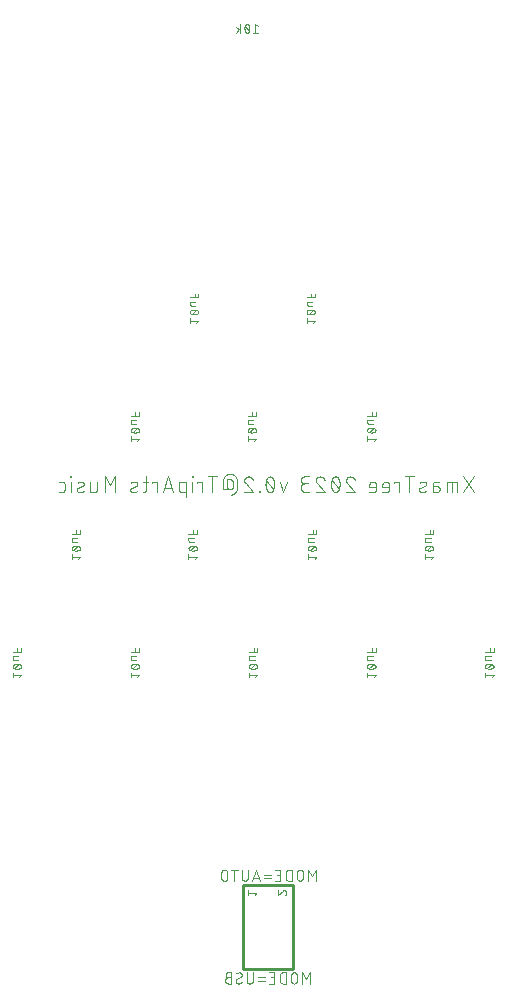
<source format=gbo>
G04 EAGLE Gerber RS-274X export*
G75*
%MOMM*%
%FSLAX34Y34*%
%LPD*%
%INSilkscreen Bottom*%
%IPPOS*%
%AMOC8*
5,1,8,0,0,1.08239X$1,22.5*%
G01*
%ADD10C,0.076200*%
%ADD11C,0.101600*%
%ADD12C,0.254000*%


D10*
X89046Y327504D02*
X90683Y329551D01*
X83317Y329551D01*
X83317Y331597D02*
X83317Y327504D01*
X87000Y334820D02*
X87153Y334822D01*
X87306Y334828D01*
X87458Y334837D01*
X87611Y334851D01*
X87763Y334868D01*
X87914Y334889D01*
X88065Y334914D01*
X88215Y334943D01*
X88365Y334975D01*
X88513Y335012D01*
X88661Y335052D01*
X88808Y335095D01*
X88953Y335143D01*
X89097Y335194D01*
X89240Y335248D01*
X89382Y335307D01*
X89521Y335368D01*
X89660Y335434D01*
X89730Y335460D01*
X89800Y335490D01*
X89867Y335523D01*
X89933Y335559D01*
X89997Y335598D01*
X90059Y335641D01*
X90118Y335687D01*
X90176Y335735D01*
X90230Y335786D01*
X90283Y335840D01*
X90332Y335897D01*
X90379Y335956D01*
X90422Y336017D01*
X90463Y336080D01*
X90500Y336145D01*
X90535Y336212D01*
X90565Y336281D01*
X90593Y336351D01*
X90616Y336422D01*
X90637Y336494D01*
X90653Y336567D01*
X90666Y336641D01*
X90676Y336716D01*
X90681Y336791D01*
X90683Y336866D01*
X90681Y336941D01*
X90676Y337016D01*
X90666Y337091D01*
X90653Y337165D01*
X90637Y337238D01*
X90616Y337310D01*
X90593Y337381D01*
X90565Y337451D01*
X90535Y337520D01*
X90500Y337587D01*
X90463Y337652D01*
X90422Y337715D01*
X90379Y337776D01*
X90332Y337835D01*
X90283Y337892D01*
X90230Y337946D01*
X90176Y337997D01*
X90118Y338046D01*
X90059Y338091D01*
X89997Y338134D01*
X89933Y338173D01*
X89867Y338210D01*
X89799Y338242D01*
X89730Y338272D01*
X89660Y338298D01*
X89522Y338363D01*
X89382Y338425D01*
X89240Y338483D01*
X89097Y338538D01*
X88953Y338589D01*
X88808Y338637D01*
X88661Y338680D01*
X88514Y338720D01*
X88365Y338757D01*
X88215Y338789D01*
X88065Y338818D01*
X87914Y338843D01*
X87763Y338864D01*
X87611Y338881D01*
X87458Y338895D01*
X87306Y338904D01*
X87153Y338910D01*
X87000Y338912D01*
X87000Y334819D02*
X86847Y334821D01*
X86694Y334827D01*
X86541Y334836D01*
X86389Y334850D01*
X86237Y334867D01*
X86086Y334888D01*
X85935Y334913D01*
X85784Y334942D01*
X85635Y334974D01*
X85486Y335011D01*
X85339Y335051D01*
X85192Y335094D01*
X85047Y335142D01*
X84902Y335193D01*
X84760Y335248D01*
X84618Y335306D01*
X84478Y335368D01*
X84340Y335433D01*
X84340Y335434D02*
X84269Y335460D01*
X84200Y335490D01*
X84133Y335523D01*
X84067Y335559D01*
X84003Y335598D01*
X83941Y335641D01*
X83882Y335687D01*
X83824Y335735D01*
X83770Y335786D01*
X83717Y335840D01*
X83668Y335897D01*
X83621Y335956D01*
X83578Y336017D01*
X83537Y336080D01*
X83500Y336145D01*
X83465Y336212D01*
X83435Y336281D01*
X83407Y336351D01*
X83384Y336422D01*
X83363Y336494D01*
X83347Y336567D01*
X83334Y336641D01*
X83324Y336716D01*
X83319Y336791D01*
X83317Y336866D01*
X84340Y338298D02*
X84478Y338363D01*
X84618Y338425D01*
X84760Y338483D01*
X84903Y338538D01*
X85047Y338589D01*
X85192Y338637D01*
X85339Y338680D01*
X85487Y338720D01*
X85635Y338757D01*
X85785Y338789D01*
X85935Y338818D01*
X86086Y338843D01*
X86237Y338864D01*
X86389Y338881D01*
X86542Y338895D01*
X86694Y338904D01*
X86847Y338910D01*
X87000Y338912D01*
X84340Y338298D02*
X84270Y338272D01*
X84200Y338242D01*
X84133Y338210D01*
X84067Y338173D01*
X84003Y338134D01*
X83941Y338091D01*
X83882Y338045D01*
X83824Y337997D01*
X83770Y337946D01*
X83717Y337892D01*
X83668Y337835D01*
X83621Y337776D01*
X83578Y337715D01*
X83537Y337652D01*
X83500Y337587D01*
X83465Y337520D01*
X83435Y337451D01*
X83407Y337381D01*
X83384Y337310D01*
X83363Y337238D01*
X83347Y337165D01*
X83334Y337091D01*
X83324Y337016D01*
X83319Y336941D01*
X83317Y336866D01*
X84954Y335229D02*
X89046Y338503D01*
X88228Y342300D02*
X84545Y342300D01*
X84476Y342302D01*
X84408Y342308D01*
X84339Y342317D01*
X84272Y342331D01*
X84205Y342348D01*
X84139Y342369D01*
X84075Y342393D01*
X84012Y342422D01*
X83951Y342453D01*
X83892Y342488D01*
X83834Y342526D01*
X83779Y342568D01*
X83727Y342612D01*
X83677Y342660D01*
X83629Y342710D01*
X83585Y342762D01*
X83543Y342817D01*
X83505Y342875D01*
X83470Y342934D01*
X83439Y342995D01*
X83410Y343058D01*
X83386Y343122D01*
X83365Y343188D01*
X83348Y343255D01*
X83334Y343322D01*
X83325Y343391D01*
X83319Y343459D01*
X83317Y343528D01*
X83317Y345574D01*
X88228Y345574D01*
X90683Y349222D02*
X83317Y349222D01*
X90683Y349222D02*
X90683Y352496D01*
X87409Y352496D02*
X87409Y349222D01*
X189046Y327504D02*
X190683Y329551D01*
X183317Y329551D01*
X183317Y331597D02*
X183317Y327504D01*
X187000Y334820D02*
X187153Y334822D01*
X187306Y334828D01*
X187458Y334837D01*
X187611Y334851D01*
X187763Y334868D01*
X187914Y334889D01*
X188065Y334914D01*
X188215Y334943D01*
X188365Y334975D01*
X188513Y335012D01*
X188661Y335052D01*
X188808Y335095D01*
X188953Y335143D01*
X189097Y335194D01*
X189240Y335248D01*
X189382Y335307D01*
X189521Y335368D01*
X189660Y335434D01*
X189730Y335460D01*
X189800Y335490D01*
X189867Y335523D01*
X189933Y335559D01*
X189997Y335598D01*
X190059Y335641D01*
X190118Y335687D01*
X190176Y335735D01*
X190230Y335786D01*
X190283Y335840D01*
X190332Y335897D01*
X190379Y335956D01*
X190422Y336017D01*
X190463Y336080D01*
X190500Y336145D01*
X190535Y336212D01*
X190565Y336281D01*
X190593Y336351D01*
X190616Y336422D01*
X190637Y336494D01*
X190653Y336567D01*
X190666Y336641D01*
X190676Y336716D01*
X190681Y336791D01*
X190683Y336866D01*
X190681Y336941D01*
X190676Y337016D01*
X190666Y337091D01*
X190653Y337165D01*
X190637Y337238D01*
X190616Y337310D01*
X190593Y337381D01*
X190565Y337451D01*
X190535Y337520D01*
X190500Y337587D01*
X190463Y337652D01*
X190422Y337715D01*
X190379Y337776D01*
X190332Y337835D01*
X190283Y337892D01*
X190230Y337946D01*
X190176Y337997D01*
X190118Y338046D01*
X190059Y338091D01*
X189997Y338134D01*
X189933Y338173D01*
X189867Y338210D01*
X189799Y338242D01*
X189730Y338272D01*
X189660Y338298D01*
X189522Y338363D01*
X189382Y338425D01*
X189240Y338483D01*
X189097Y338538D01*
X188953Y338589D01*
X188808Y338637D01*
X188661Y338680D01*
X188514Y338720D01*
X188365Y338757D01*
X188215Y338789D01*
X188065Y338818D01*
X187914Y338843D01*
X187763Y338864D01*
X187611Y338881D01*
X187458Y338895D01*
X187306Y338904D01*
X187153Y338910D01*
X187000Y338912D01*
X187000Y334819D02*
X186847Y334821D01*
X186694Y334827D01*
X186541Y334836D01*
X186389Y334850D01*
X186237Y334867D01*
X186086Y334888D01*
X185935Y334913D01*
X185784Y334942D01*
X185635Y334974D01*
X185486Y335011D01*
X185339Y335051D01*
X185192Y335094D01*
X185047Y335142D01*
X184902Y335193D01*
X184760Y335248D01*
X184618Y335306D01*
X184478Y335368D01*
X184340Y335433D01*
X184340Y335434D02*
X184269Y335460D01*
X184200Y335490D01*
X184133Y335523D01*
X184067Y335559D01*
X184003Y335598D01*
X183941Y335641D01*
X183882Y335687D01*
X183824Y335735D01*
X183770Y335786D01*
X183717Y335840D01*
X183668Y335897D01*
X183621Y335956D01*
X183578Y336017D01*
X183537Y336080D01*
X183500Y336145D01*
X183465Y336212D01*
X183435Y336281D01*
X183407Y336351D01*
X183384Y336422D01*
X183363Y336494D01*
X183347Y336567D01*
X183334Y336641D01*
X183324Y336716D01*
X183319Y336791D01*
X183317Y336866D01*
X184340Y338298D02*
X184478Y338363D01*
X184618Y338425D01*
X184760Y338483D01*
X184903Y338538D01*
X185047Y338589D01*
X185192Y338637D01*
X185339Y338680D01*
X185487Y338720D01*
X185635Y338757D01*
X185785Y338789D01*
X185935Y338818D01*
X186086Y338843D01*
X186237Y338864D01*
X186389Y338881D01*
X186542Y338895D01*
X186694Y338904D01*
X186847Y338910D01*
X187000Y338912D01*
X184340Y338298D02*
X184270Y338272D01*
X184200Y338242D01*
X184133Y338210D01*
X184067Y338173D01*
X184003Y338134D01*
X183941Y338091D01*
X183882Y338045D01*
X183824Y337997D01*
X183770Y337946D01*
X183717Y337892D01*
X183668Y337835D01*
X183621Y337776D01*
X183578Y337715D01*
X183537Y337652D01*
X183500Y337587D01*
X183465Y337520D01*
X183435Y337451D01*
X183407Y337381D01*
X183384Y337310D01*
X183363Y337238D01*
X183347Y337165D01*
X183334Y337091D01*
X183324Y337016D01*
X183319Y336941D01*
X183317Y336866D01*
X184954Y335229D02*
X189046Y338503D01*
X188228Y342300D02*
X184545Y342300D01*
X184476Y342302D01*
X184408Y342308D01*
X184339Y342317D01*
X184272Y342331D01*
X184205Y342348D01*
X184139Y342369D01*
X184075Y342393D01*
X184012Y342422D01*
X183951Y342453D01*
X183892Y342488D01*
X183834Y342526D01*
X183779Y342568D01*
X183727Y342612D01*
X183677Y342660D01*
X183629Y342710D01*
X183585Y342762D01*
X183543Y342817D01*
X183505Y342875D01*
X183470Y342934D01*
X183439Y342995D01*
X183410Y343058D01*
X183386Y343122D01*
X183365Y343188D01*
X183348Y343255D01*
X183334Y343322D01*
X183325Y343391D01*
X183319Y343459D01*
X183317Y343528D01*
X183317Y345574D01*
X188228Y345574D01*
X190683Y349222D02*
X183317Y349222D01*
X190683Y349222D02*
X190683Y352496D01*
X187409Y352496D02*
X187409Y349222D01*
X289046Y327504D02*
X290683Y329551D01*
X283317Y329551D01*
X283317Y331597D02*
X283317Y327504D01*
X287000Y334820D02*
X287153Y334822D01*
X287306Y334828D01*
X287458Y334837D01*
X287611Y334851D01*
X287763Y334868D01*
X287914Y334889D01*
X288065Y334914D01*
X288215Y334943D01*
X288365Y334975D01*
X288513Y335012D01*
X288661Y335052D01*
X288808Y335095D01*
X288953Y335143D01*
X289097Y335194D01*
X289240Y335248D01*
X289382Y335307D01*
X289521Y335368D01*
X289660Y335434D01*
X289730Y335460D01*
X289800Y335490D01*
X289867Y335523D01*
X289933Y335559D01*
X289997Y335598D01*
X290059Y335641D01*
X290118Y335687D01*
X290176Y335735D01*
X290230Y335786D01*
X290283Y335840D01*
X290332Y335897D01*
X290379Y335956D01*
X290422Y336017D01*
X290463Y336080D01*
X290500Y336145D01*
X290535Y336212D01*
X290565Y336281D01*
X290593Y336351D01*
X290616Y336422D01*
X290637Y336494D01*
X290653Y336567D01*
X290666Y336641D01*
X290676Y336716D01*
X290681Y336791D01*
X290683Y336866D01*
X290681Y336941D01*
X290676Y337016D01*
X290666Y337091D01*
X290653Y337165D01*
X290637Y337238D01*
X290616Y337310D01*
X290593Y337381D01*
X290565Y337451D01*
X290535Y337520D01*
X290500Y337587D01*
X290463Y337652D01*
X290422Y337715D01*
X290379Y337776D01*
X290332Y337835D01*
X290283Y337892D01*
X290230Y337946D01*
X290176Y337997D01*
X290118Y338046D01*
X290059Y338091D01*
X289997Y338134D01*
X289933Y338173D01*
X289867Y338210D01*
X289799Y338242D01*
X289730Y338272D01*
X289660Y338298D01*
X289522Y338363D01*
X289382Y338425D01*
X289240Y338483D01*
X289097Y338538D01*
X288953Y338589D01*
X288808Y338637D01*
X288661Y338680D01*
X288514Y338720D01*
X288365Y338757D01*
X288215Y338789D01*
X288065Y338818D01*
X287914Y338843D01*
X287763Y338864D01*
X287611Y338881D01*
X287458Y338895D01*
X287306Y338904D01*
X287153Y338910D01*
X287000Y338912D01*
X287000Y334819D02*
X286847Y334821D01*
X286694Y334827D01*
X286541Y334836D01*
X286389Y334850D01*
X286237Y334867D01*
X286086Y334888D01*
X285935Y334913D01*
X285784Y334942D01*
X285635Y334974D01*
X285486Y335011D01*
X285339Y335051D01*
X285192Y335094D01*
X285047Y335142D01*
X284902Y335193D01*
X284760Y335248D01*
X284618Y335306D01*
X284478Y335368D01*
X284340Y335433D01*
X284340Y335434D02*
X284269Y335460D01*
X284200Y335490D01*
X284133Y335523D01*
X284067Y335559D01*
X284003Y335598D01*
X283941Y335641D01*
X283882Y335687D01*
X283824Y335735D01*
X283770Y335786D01*
X283717Y335840D01*
X283668Y335897D01*
X283621Y335956D01*
X283578Y336017D01*
X283537Y336080D01*
X283500Y336145D01*
X283465Y336212D01*
X283435Y336281D01*
X283407Y336351D01*
X283384Y336422D01*
X283363Y336494D01*
X283347Y336567D01*
X283334Y336641D01*
X283324Y336716D01*
X283319Y336791D01*
X283317Y336866D01*
X284340Y338298D02*
X284478Y338363D01*
X284618Y338425D01*
X284760Y338483D01*
X284903Y338538D01*
X285047Y338589D01*
X285192Y338637D01*
X285339Y338680D01*
X285487Y338720D01*
X285635Y338757D01*
X285785Y338789D01*
X285935Y338818D01*
X286086Y338843D01*
X286237Y338864D01*
X286389Y338881D01*
X286542Y338895D01*
X286694Y338904D01*
X286847Y338910D01*
X287000Y338912D01*
X284340Y338298D02*
X284270Y338272D01*
X284200Y338242D01*
X284133Y338210D01*
X284067Y338173D01*
X284003Y338134D01*
X283941Y338091D01*
X283882Y338045D01*
X283824Y337997D01*
X283770Y337946D01*
X283717Y337892D01*
X283668Y337835D01*
X283621Y337776D01*
X283578Y337715D01*
X283537Y337652D01*
X283500Y337587D01*
X283465Y337520D01*
X283435Y337451D01*
X283407Y337381D01*
X283384Y337310D01*
X283363Y337238D01*
X283347Y337165D01*
X283334Y337091D01*
X283324Y337016D01*
X283319Y336941D01*
X283317Y336866D01*
X284954Y335229D02*
X289046Y338503D01*
X288228Y342300D02*
X284545Y342300D01*
X284476Y342302D01*
X284408Y342308D01*
X284339Y342317D01*
X284272Y342331D01*
X284205Y342348D01*
X284139Y342369D01*
X284075Y342393D01*
X284012Y342422D01*
X283951Y342453D01*
X283892Y342488D01*
X283834Y342526D01*
X283779Y342568D01*
X283727Y342612D01*
X283677Y342660D01*
X283629Y342710D01*
X283585Y342762D01*
X283543Y342817D01*
X283505Y342875D01*
X283470Y342934D01*
X283439Y342995D01*
X283410Y343058D01*
X283386Y343122D01*
X283365Y343188D01*
X283348Y343255D01*
X283334Y343322D01*
X283325Y343391D01*
X283319Y343459D01*
X283317Y343528D01*
X283317Y345574D01*
X288228Y345574D01*
X290683Y349222D02*
X283317Y349222D01*
X290683Y349222D02*
X290683Y352496D01*
X287409Y352496D02*
X287409Y349222D01*
X389046Y327504D02*
X390683Y329551D01*
X383317Y329551D01*
X383317Y331597D02*
X383317Y327504D01*
X387000Y334820D02*
X387153Y334822D01*
X387306Y334828D01*
X387458Y334837D01*
X387611Y334851D01*
X387763Y334868D01*
X387914Y334889D01*
X388065Y334914D01*
X388215Y334943D01*
X388365Y334975D01*
X388513Y335012D01*
X388661Y335052D01*
X388808Y335095D01*
X388953Y335143D01*
X389097Y335194D01*
X389240Y335248D01*
X389382Y335307D01*
X389521Y335368D01*
X389660Y335434D01*
X389730Y335460D01*
X389800Y335490D01*
X389867Y335523D01*
X389933Y335559D01*
X389997Y335598D01*
X390059Y335641D01*
X390118Y335687D01*
X390176Y335735D01*
X390230Y335786D01*
X390283Y335840D01*
X390332Y335897D01*
X390379Y335956D01*
X390422Y336017D01*
X390463Y336080D01*
X390500Y336145D01*
X390535Y336212D01*
X390565Y336281D01*
X390593Y336351D01*
X390616Y336422D01*
X390637Y336494D01*
X390653Y336567D01*
X390666Y336641D01*
X390676Y336716D01*
X390681Y336791D01*
X390683Y336866D01*
X390681Y336941D01*
X390676Y337016D01*
X390666Y337091D01*
X390653Y337165D01*
X390637Y337238D01*
X390616Y337310D01*
X390593Y337381D01*
X390565Y337451D01*
X390535Y337520D01*
X390500Y337587D01*
X390463Y337652D01*
X390422Y337715D01*
X390379Y337776D01*
X390332Y337835D01*
X390283Y337892D01*
X390230Y337946D01*
X390176Y337997D01*
X390118Y338046D01*
X390059Y338091D01*
X389997Y338134D01*
X389933Y338173D01*
X389867Y338210D01*
X389799Y338242D01*
X389730Y338272D01*
X389660Y338298D01*
X389522Y338363D01*
X389382Y338425D01*
X389240Y338483D01*
X389097Y338538D01*
X388953Y338589D01*
X388808Y338637D01*
X388661Y338680D01*
X388514Y338720D01*
X388365Y338757D01*
X388215Y338789D01*
X388065Y338818D01*
X387914Y338843D01*
X387763Y338864D01*
X387611Y338881D01*
X387458Y338895D01*
X387306Y338904D01*
X387153Y338910D01*
X387000Y338912D01*
X387000Y334819D02*
X386847Y334821D01*
X386694Y334827D01*
X386541Y334836D01*
X386389Y334850D01*
X386237Y334867D01*
X386086Y334888D01*
X385935Y334913D01*
X385784Y334942D01*
X385635Y334974D01*
X385486Y335011D01*
X385339Y335051D01*
X385192Y335094D01*
X385047Y335142D01*
X384902Y335193D01*
X384760Y335248D01*
X384618Y335306D01*
X384478Y335368D01*
X384340Y335433D01*
X384340Y335434D02*
X384269Y335460D01*
X384200Y335490D01*
X384133Y335523D01*
X384067Y335559D01*
X384003Y335598D01*
X383941Y335641D01*
X383882Y335687D01*
X383824Y335735D01*
X383770Y335786D01*
X383717Y335840D01*
X383668Y335897D01*
X383621Y335956D01*
X383578Y336017D01*
X383537Y336080D01*
X383500Y336145D01*
X383465Y336212D01*
X383435Y336281D01*
X383407Y336351D01*
X383384Y336422D01*
X383363Y336494D01*
X383347Y336567D01*
X383334Y336641D01*
X383324Y336716D01*
X383319Y336791D01*
X383317Y336866D01*
X384340Y338298D02*
X384478Y338363D01*
X384618Y338425D01*
X384760Y338483D01*
X384903Y338538D01*
X385047Y338589D01*
X385192Y338637D01*
X385339Y338680D01*
X385487Y338720D01*
X385635Y338757D01*
X385785Y338789D01*
X385935Y338818D01*
X386086Y338843D01*
X386237Y338864D01*
X386389Y338881D01*
X386542Y338895D01*
X386694Y338904D01*
X386847Y338910D01*
X387000Y338912D01*
X384340Y338298D02*
X384270Y338272D01*
X384200Y338242D01*
X384133Y338210D01*
X384067Y338173D01*
X384003Y338134D01*
X383941Y338091D01*
X383882Y338045D01*
X383824Y337997D01*
X383770Y337946D01*
X383717Y337892D01*
X383668Y337835D01*
X383621Y337776D01*
X383578Y337715D01*
X383537Y337652D01*
X383500Y337587D01*
X383465Y337520D01*
X383435Y337451D01*
X383407Y337381D01*
X383384Y337310D01*
X383363Y337238D01*
X383347Y337165D01*
X383334Y337091D01*
X383324Y337016D01*
X383319Y336941D01*
X383317Y336866D01*
X384954Y335229D02*
X389046Y338503D01*
X388228Y342300D02*
X384545Y342300D01*
X384476Y342302D01*
X384408Y342308D01*
X384339Y342317D01*
X384272Y342331D01*
X384205Y342348D01*
X384139Y342369D01*
X384075Y342393D01*
X384012Y342422D01*
X383951Y342453D01*
X383892Y342488D01*
X383834Y342526D01*
X383779Y342568D01*
X383727Y342612D01*
X383677Y342660D01*
X383629Y342710D01*
X383585Y342762D01*
X383543Y342817D01*
X383505Y342875D01*
X383470Y342934D01*
X383439Y342995D01*
X383410Y343058D01*
X383386Y343122D01*
X383365Y343188D01*
X383348Y343255D01*
X383334Y343322D01*
X383325Y343391D01*
X383319Y343459D01*
X383317Y343528D01*
X383317Y345574D01*
X388228Y345574D01*
X390683Y349222D02*
X383317Y349222D01*
X390683Y349222D02*
X390683Y352496D01*
X387409Y352496D02*
X387409Y349222D01*
X489046Y327504D02*
X490683Y329551D01*
X483317Y329551D01*
X483317Y331597D02*
X483317Y327504D01*
X487000Y334820D02*
X487153Y334822D01*
X487306Y334828D01*
X487458Y334837D01*
X487611Y334851D01*
X487763Y334868D01*
X487914Y334889D01*
X488065Y334914D01*
X488215Y334943D01*
X488365Y334975D01*
X488513Y335012D01*
X488661Y335052D01*
X488808Y335095D01*
X488953Y335143D01*
X489097Y335194D01*
X489240Y335248D01*
X489382Y335307D01*
X489521Y335368D01*
X489660Y335434D01*
X489730Y335460D01*
X489800Y335490D01*
X489867Y335523D01*
X489933Y335559D01*
X489997Y335598D01*
X490059Y335641D01*
X490118Y335687D01*
X490176Y335735D01*
X490230Y335786D01*
X490283Y335840D01*
X490332Y335897D01*
X490379Y335956D01*
X490422Y336017D01*
X490463Y336080D01*
X490500Y336145D01*
X490535Y336212D01*
X490565Y336281D01*
X490593Y336351D01*
X490616Y336422D01*
X490637Y336494D01*
X490653Y336567D01*
X490666Y336641D01*
X490676Y336716D01*
X490681Y336791D01*
X490683Y336866D01*
X490681Y336941D01*
X490676Y337016D01*
X490666Y337091D01*
X490653Y337165D01*
X490637Y337238D01*
X490616Y337310D01*
X490593Y337381D01*
X490565Y337451D01*
X490535Y337520D01*
X490500Y337587D01*
X490463Y337652D01*
X490422Y337715D01*
X490379Y337776D01*
X490332Y337835D01*
X490283Y337892D01*
X490230Y337946D01*
X490176Y337997D01*
X490118Y338046D01*
X490059Y338091D01*
X489997Y338134D01*
X489933Y338173D01*
X489867Y338210D01*
X489799Y338242D01*
X489730Y338272D01*
X489660Y338298D01*
X489522Y338363D01*
X489382Y338425D01*
X489240Y338483D01*
X489097Y338538D01*
X488953Y338589D01*
X488808Y338637D01*
X488661Y338680D01*
X488514Y338720D01*
X488365Y338757D01*
X488215Y338789D01*
X488065Y338818D01*
X487914Y338843D01*
X487763Y338864D01*
X487611Y338881D01*
X487458Y338895D01*
X487306Y338904D01*
X487153Y338910D01*
X487000Y338912D01*
X487000Y334819D02*
X486847Y334821D01*
X486694Y334827D01*
X486541Y334836D01*
X486389Y334850D01*
X486237Y334867D01*
X486086Y334888D01*
X485935Y334913D01*
X485784Y334942D01*
X485635Y334974D01*
X485486Y335011D01*
X485339Y335051D01*
X485192Y335094D01*
X485047Y335142D01*
X484902Y335193D01*
X484760Y335248D01*
X484618Y335306D01*
X484478Y335368D01*
X484340Y335433D01*
X484340Y335434D02*
X484269Y335460D01*
X484200Y335490D01*
X484133Y335523D01*
X484067Y335559D01*
X484003Y335598D01*
X483941Y335641D01*
X483882Y335687D01*
X483824Y335735D01*
X483770Y335786D01*
X483717Y335840D01*
X483668Y335897D01*
X483621Y335956D01*
X483578Y336017D01*
X483537Y336080D01*
X483500Y336145D01*
X483465Y336212D01*
X483435Y336281D01*
X483407Y336351D01*
X483384Y336422D01*
X483363Y336494D01*
X483347Y336567D01*
X483334Y336641D01*
X483324Y336716D01*
X483319Y336791D01*
X483317Y336866D01*
X484340Y338298D02*
X484478Y338363D01*
X484618Y338425D01*
X484760Y338483D01*
X484903Y338538D01*
X485047Y338589D01*
X485192Y338637D01*
X485339Y338680D01*
X485487Y338720D01*
X485635Y338757D01*
X485785Y338789D01*
X485935Y338818D01*
X486086Y338843D01*
X486237Y338864D01*
X486389Y338881D01*
X486542Y338895D01*
X486694Y338904D01*
X486847Y338910D01*
X487000Y338912D01*
X484340Y338298D02*
X484270Y338272D01*
X484200Y338242D01*
X484133Y338210D01*
X484067Y338173D01*
X484003Y338134D01*
X483941Y338091D01*
X483882Y338045D01*
X483824Y337997D01*
X483770Y337946D01*
X483717Y337892D01*
X483668Y337835D01*
X483621Y337776D01*
X483578Y337715D01*
X483537Y337652D01*
X483500Y337587D01*
X483465Y337520D01*
X483435Y337451D01*
X483407Y337381D01*
X483384Y337310D01*
X483363Y337238D01*
X483347Y337165D01*
X483334Y337091D01*
X483324Y337016D01*
X483319Y336941D01*
X483317Y336866D01*
X484954Y335229D02*
X489046Y338503D01*
X488228Y342300D02*
X484545Y342300D01*
X484476Y342302D01*
X484408Y342308D01*
X484339Y342317D01*
X484272Y342331D01*
X484205Y342348D01*
X484139Y342369D01*
X484075Y342393D01*
X484012Y342422D01*
X483951Y342453D01*
X483892Y342488D01*
X483834Y342526D01*
X483779Y342568D01*
X483727Y342612D01*
X483677Y342660D01*
X483629Y342710D01*
X483585Y342762D01*
X483543Y342817D01*
X483505Y342875D01*
X483470Y342934D01*
X483439Y342995D01*
X483410Y343058D01*
X483386Y343122D01*
X483365Y343188D01*
X483348Y343255D01*
X483334Y343322D01*
X483325Y343391D01*
X483319Y343459D01*
X483317Y343528D01*
X483317Y345574D01*
X488228Y345574D01*
X490683Y349222D02*
X483317Y349222D01*
X490683Y349222D02*
X490683Y352496D01*
X487409Y352496D02*
X487409Y349222D01*
X438046Y427504D02*
X439683Y429551D01*
X432317Y429551D01*
X432317Y431597D02*
X432317Y427504D01*
X436000Y434820D02*
X436153Y434822D01*
X436306Y434828D01*
X436458Y434837D01*
X436611Y434851D01*
X436763Y434868D01*
X436914Y434889D01*
X437065Y434914D01*
X437215Y434943D01*
X437365Y434975D01*
X437513Y435012D01*
X437661Y435052D01*
X437808Y435095D01*
X437953Y435143D01*
X438097Y435194D01*
X438240Y435248D01*
X438382Y435307D01*
X438521Y435368D01*
X438660Y435434D01*
X438730Y435460D01*
X438800Y435490D01*
X438867Y435523D01*
X438933Y435559D01*
X438997Y435598D01*
X439059Y435641D01*
X439118Y435687D01*
X439176Y435735D01*
X439230Y435786D01*
X439283Y435840D01*
X439332Y435897D01*
X439379Y435956D01*
X439422Y436017D01*
X439463Y436080D01*
X439500Y436145D01*
X439535Y436212D01*
X439565Y436281D01*
X439593Y436351D01*
X439616Y436422D01*
X439637Y436494D01*
X439653Y436567D01*
X439666Y436641D01*
X439676Y436716D01*
X439681Y436791D01*
X439683Y436866D01*
X439681Y436941D01*
X439676Y437016D01*
X439666Y437091D01*
X439653Y437165D01*
X439637Y437238D01*
X439616Y437310D01*
X439593Y437381D01*
X439565Y437451D01*
X439535Y437520D01*
X439500Y437587D01*
X439463Y437652D01*
X439422Y437715D01*
X439379Y437776D01*
X439332Y437835D01*
X439283Y437892D01*
X439230Y437946D01*
X439176Y437997D01*
X439118Y438046D01*
X439059Y438091D01*
X438997Y438134D01*
X438933Y438173D01*
X438867Y438210D01*
X438799Y438242D01*
X438730Y438272D01*
X438660Y438298D01*
X438522Y438363D01*
X438382Y438425D01*
X438240Y438483D01*
X438097Y438538D01*
X437953Y438589D01*
X437808Y438637D01*
X437661Y438680D01*
X437514Y438720D01*
X437365Y438757D01*
X437215Y438789D01*
X437065Y438818D01*
X436914Y438843D01*
X436763Y438864D01*
X436611Y438881D01*
X436458Y438895D01*
X436306Y438904D01*
X436153Y438910D01*
X436000Y438912D01*
X436000Y434819D02*
X435847Y434821D01*
X435694Y434827D01*
X435541Y434836D01*
X435389Y434850D01*
X435237Y434867D01*
X435086Y434888D01*
X434935Y434913D01*
X434784Y434942D01*
X434635Y434974D01*
X434486Y435011D01*
X434339Y435051D01*
X434192Y435094D01*
X434047Y435142D01*
X433902Y435193D01*
X433760Y435248D01*
X433618Y435306D01*
X433478Y435368D01*
X433340Y435433D01*
X433340Y435434D02*
X433269Y435460D01*
X433200Y435490D01*
X433133Y435523D01*
X433067Y435559D01*
X433003Y435598D01*
X432941Y435641D01*
X432882Y435687D01*
X432824Y435735D01*
X432770Y435786D01*
X432717Y435840D01*
X432668Y435897D01*
X432621Y435956D01*
X432578Y436017D01*
X432537Y436080D01*
X432500Y436145D01*
X432465Y436212D01*
X432435Y436281D01*
X432407Y436351D01*
X432384Y436422D01*
X432363Y436494D01*
X432347Y436567D01*
X432334Y436641D01*
X432324Y436716D01*
X432319Y436791D01*
X432317Y436866D01*
X433340Y438298D02*
X433478Y438363D01*
X433618Y438425D01*
X433760Y438483D01*
X433903Y438538D01*
X434047Y438589D01*
X434192Y438637D01*
X434339Y438680D01*
X434487Y438720D01*
X434635Y438757D01*
X434785Y438789D01*
X434935Y438818D01*
X435086Y438843D01*
X435237Y438864D01*
X435389Y438881D01*
X435542Y438895D01*
X435694Y438904D01*
X435847Y438910D01*
X436000Y438912D01*
X433340Y438298D02*
X433270Y438272D01*
X433200Y438242D01*
X433133Y438210D01*
X433067Y438173D01*
X433003Y438134D01*
X432941Y438091D01*
X432882Y438045D01*
X432824Y437997D01*
X432770Y437946D01*
X432717Y437892D01*
X432668Y437835D01*
X432621Y437776D01*
X432578Y437715D01*
X432537Y437652D01*
X432500Y437587D01*
X432465Y437520D01*
X432435Y437451D01*
X432407Y437381D01*
X432384Y437310D01*
X432363Y437238D01*
X432347Y437165D01*
X432334Y437091D01*
X432324Y437016D01*
X432319Y436941D01*
X432317Y436866D01*
X433954Y435229D02*
X438046Y438503D01*
X437228Y442300D02*
X433545Y442300D01*
X433476Y442302D01*
X433408Y442308D01*
X433339Y442317D01*
X433272Y442331D01*
X433205Y442348D01*
X433139Y442369D01*
X433075Y442393D01*
X433012Y442422D01*
X432951Y442453D01*
X432892Y442488D01*
X432834Y442526D01*
X432779Y442568D01*
X432727Y442612D01*
X432677Y442660D01*
X432629Y442710D01*
X432585Y442762D01*
X432543Y442817D01*
X432505Y442875D01*
X432470Y442934D01*
X432439Y442995D01*
X432410Y443058D01*
X432386Y443122D01*
X432365Y443188D01*
X432348Y443255D01*
X432334Y443322D01*
X432325Y443391D01*
X432319Y443459D01*
X432317Y443528D01*
X432317Y445574D01*
X437228Y445574D01*
X439683Y449222D02*
X432317Y449222D01*
X439683Y449222D02*
X439683Y452496D01*
X436409Y452496D02*
X436409Y449222D01*
X340683Y429551D02*
X339046Y427504D01*
X340683Y429551D02*
X333317Y429551D01*
X333317Y431597D02*
X333317Y427504D01*
X337000Y434820D02*
X337153Y434822D01*
X337306Y434828D01*
X337458Y434837D01*
X337611Y434851D01*
X337763Y434868D01*
X337914Y434889D01*
X338065Y434914D01*
X338215Y434943D01*
X338365Y434975D01*
X338513Y435012D01*
X338661Y435052D01*
X338808Y435095D01*
X338953Y435143D01*
X339097Y435194D01*
X339240Y435248D01*
X339382Y435307D01*
X339521Y435368D01*
X339660Y435434D01*
X339730Y435460D01*
X339800Y435490D01*
X339867Y435523D01*
X339933Y435559D01*
X339997Y435598D01*
X340059Y435641D01*
X340118Y435687D01*
X340176Y435735D01*
X340230Y435786D01*
X340283Y435840D01*
X340332Y435897D01*
X340379Y435956D01*
X340422Y436017D01*
X340463Y436080D01*
X340500Y436145D01*
X340535Y436212D01*
X340565Y436281D01*
X340593Y436351D01*
X340616Y436422D01*
X340637Y436494D01*
X340653Y436567D01*
X340666Y436641D01*
X340676Y436716D01*
X340681Y436791D01*
X340683Y436866D01*
X340681Y436941D01*
X340676Y437016D01*
X340666Y437091D01*
X340653Y437165D01*
X340637Y437238D01*
X340616Y437310D01*
X340593Y437381D01*
X340565Y437451D01*
X340535Y437520D01*
X340500Y437587D01*
X340463Y437652D01*
X340422Y437715D01*
X340379Y437776D01*
X340332Y437835D01*
X340283Y437892D01*
X340230Y437946D01*
X340176Y437997D01*
X340118Y438046D01*
X340059Y438091D01*
X339997Y438134D01*
X339933Y438173D01*
X339867Y438210D01*
X339799Y438242D01*
X339730Y438272D01*
X339660Y438298D01*
X339522Y438363D01*
X339382Y438425D01*
X339240Y438483D01*
X339097Y438538D01*
X338953Y438589D01*
X338808Y438637D01*
X338661Y438680D01*
X338514Y438720D01*
X338365Y438757D01*
X338215Y438789D01*
X338065Y438818D01*
X337914Y438843D01*
X337763Y438864D01*
X337611Y438881D01*
X337458Y438895D01*
X337306Y438904D01*
X337153Y438910D01*
X337000Y438912D01*
X337000Y434819D02*
X336847Y434821D01*
X336694Y434827D01*
X336541Y434836D01*
X336389Y434850D01*
X336237Y434867D01*
X336086Y434888D01*
X335935Y434913D01*
X335784Y434942D01*
X335635Y434974D01*
X335486Y435011D01*
X335339Y435051D01*
X335192Y435094D01*
X335047Y435142D01*
X334902Y435193D01*
X334760Y435248D01*
X334618Y435306D01*
X334478Y435368D01*
X334340Y435433D01*
X334340Y435434D02*
X334269Y435460D01*
X334200Y435490D01*
X334133Y435523D01*
X334067Y435559D01*
X334003Y435598D01*
X333941Y435641D01*
X333882Y435687D01*
X333824Y435735D01*
X333770Y435786D01*
X333717Y435840D01*
X333668Y435897D01*
X333621Y435956D01*
X333578Y436017D01*
X333537Y436080D01*
X333500Y436145D01*
X333465Y436212D01*
X333435Y436281D01*
X333407Y436351D01*
X333384Y436422D01*
X333363Y436494D01*
X333347Y436567D01*
X333334Y436641D01*
X333324Y436716D01*
X333319Y436791D01*
X333317Y436866D01*
X334340Y438298D02*
X334478Y438363D01*
X334618Y438425D01*
X334760Y438483D01*
X334903Y438538D01*
X335047Y438589D01*
X335192Y438637D01*
X335339Y438680D01*
X335487Y438720D01*
X335635Y438757D01*
X335785Y438789D01*
X335935Y438818D01*
X336086Y438843D01*
X336237Y438864D01*
X336389Y438881D01*
X336542Y438895D01*
X336694Y438904D01*
X336847Y438910D01*
X337000Y438912D01*
X334340Y438298D02*
X334270Y438272D01*
X334200Y438242D01*
X334133Y438210D01*
X334067Y438173D01*
X334003Y438134D01*
X333941Y438091D01*
X333882Y438045D01*
X333824Y437997D01*
X333770Y437946D01*
X333717Y437892D01*
X333668Y437835D01*
X333621Y437776D01*
X333578Y437715D01*
X333537Y437652D01*
X333500Y437587D01*
X333465Y437520D01*
X333435Y437451D01*
X333407Y437381D01*
X333384Y437310D01*
X333363Y437238D01*
X333347Y437165D01*
X333334Y437091D01*
X333324Y437016D01*
X333319Y436941D01*
X333317Y436866D01*
X334954Y435229D02*
X339046Y438503D01*
X338228Y442300D02*
X334545Y442300D01*
X334476Y442302D01*
X334408Y442308D01*
X334339Y442317D01*
X334272Y442331D01*
X334205Y442348D01*
X334139Y442369D01*
X334075Y442393D01*
X334012Y442422D01*
X333951Y442453D01*
X333892Y442488D01*
X333834Y442526D01*
X333779Y442568D01*
X333727Y442612D01*
X333677Y442660D01*
X333629Y442710D01*
X333585Y442762D01*
X333543Y442817D01*
X333505Y442875D01*
X333470Y442934D01*
X333439Y442995D01*
X333410Y443058D01*
X333386Y443122D01*
X333365Y443188D01*
X333348Y443255D01*
X333334Y443322D01*
X333325Y443391D01*
X333319Y443459D01*
X333317Y443528D01*
X333317Y445574D01*
X338228Y445574D01*
X340683Y449222D02*
X333317Y449222D01*
X340683Y449222D02*
X340683Y452496D01*
X337409Y452496D02*
X337409Y449222D01*
X239683Y429551D02*
X238046Y427504D01*
X239683Y429551D02*
X232317Y429551D01*
X232317Y431597D02*
X232317Y427504D01*
X236000Y434820D02*
X236153Y434822D01*
X236306Y434828D01*
X236458Y434837D01*
X236611Y434851D01*
X236763Y434868D01*
X236914Y434889D01*
X237065Y434914D01*
X237215Y434943D01*
X237365Y434975D01*
X237513Y435012D01*
X237661Y435052D01*
X237808Y435095D01*
X237953Y435143D01*
X238097Y435194D01*
X238240Y435248D01*
X238382Y435307D01*
X238521Y435368D01*
X238660Y435434D01*
X238730Y435460D01*
X238800Y435490D01*
X238867Y435523D01*
X238933Y435559D01*
X238997Y435598D01*
X239059Y435641D01*
X239118Y435687D01*
X239176Y435735D01*
X239230Y435786D01*
X239283Y435840D01*
X239332Y435897D01*
X239379Y435956D01*
X239422Y436017D01*
X239463Y436080D01*
X239500Y436145D01*
X239535Y436212D01*
X239565Y436281D01*
X239593Y436351D01*
X239616Y436422D01*
X239637Y436494D01*
X239653Y436567D01*
X239666Y436641D01*
X239676Y436716D01*
X239681Y436791D01*
X239683Y436866D01*
X239681Y436941D01*
X239676Y437016D01*
X239666Y437091D01*
X239653Y437165D01*
X239637Y437238D01*
X239616Y437310D01*
X239593Y437381D01*
X239565Y437451D01*
X239535Y437520D01*
X239500Y437587D01*
X239463Y437652D01*
X239422Y437715D01*
X239379Y437776D01*
X239332Y437835D01*
X239283Y437892D01*
X239230Y437946D01*
X239176Y437997D01*
X239118Y438046D01*
X239059Y438091D01*
X238997Y438134D01*
X238933Y438173D01*
X238867Y438210D01*
X238799Y438242D01*
X238730Y438272D01*
X238660Y438298D01*
X238522Y438363D01*
X238382Y438425D01*
X238240Y438483D01*
X238097Y438538D01*
X237953Y438589D01*
X237808Y438637D01*
X237661Y438680D01*
X237514Y438720D01*
X237365Y438757D01*
X237215Y438789D01*
X237065Y438818D01*
X236914Y438843D01*
X236763Y438864D01*
X236611Y438881D01*
X236458Y438895D01*
X236306Y438904D01*
X236153Y438910D01*
X236000Y438912D01*
X236000Y434819D02*
X235847Y434821D01*
X235694Y434827D01*
X235541Y434836D01*
X235389Y434850D01*
X235237Y434867D01*
X235086Y434888D01*
X234935Y434913D01*
X234784Y434942D01*
X234635Y434974D01*
X234486Y435011D01*
X234339Y435051D01*
X234192Y435094D01*
X234047Y435142D01*
X233902Y435193D01*
X233760Y435248D01*
X233618Y435306D01*
X233478Y435368D01*
X233340Y435433D01*
X233340Y435434D02*
X233269Y435460D01*
X233200Y435490D01*
X233133Y435523D01*
X233067Y435559D01*
X233003Y435598D01*
X232941Y435641D01*
X232882Y435687D01*
X232824Y435735D01*
X232770Y435786D01*
X232717Y435840D01*
X232668Y435897D01*
X232621Y435956D01*
X232578Y436017D01*
X232537Y436080D01*
X232500Y436145D01*
X232465Y436212D01*
X232435Y436281D01*
X232407Y436351D01*
X232384Y436422D01*
X232363Y436494D01*
X232347Y436567D01*
X232334Y436641D01*
X232324Y436716D01*
X232319Y436791D01*
X232317Y436866D01*
X233340Y438298D02*
X233478Y438363D01*
X233618Y438425D01*
X233760Y438483D01*
X233903Y438538D01*
X234047Y438589D01*
X234192Y438637D01*
X234339Y438680D01*
X234487Y438720D01*
X234635Y438757D01*
X234785Y438789D01*
X234935Y438818D01*
X235086Y438843D01*
X235237Y438864D01*
X235389Y438881D01*
X235542Y438895D01*
X235694Y438904D01*
X235847Y438910D01*
X236000Y438912D01*
X233340Y438298D02*
X233270Y438272D01*
X233200Y438242D01*
X233133Y438210D01*
X233067Y438173D01*
X233003Y438134D01*
X232941Y438091D01*
X232882Y438045D01*
X232824Y437997D01*
X232770Y437946D01*
X232717Y437892D01*
X232668Y437835D01*
X232621Y437776D01*
X232578Y437715D01*
X232537Y437652D01*
X232500Y437587D01*
X232465Y437520D01*
X232435Y437451D01*
X232407Y437381D01*
X232384Y437310D01*
X232363Y437238D01*
X232347Y437165D01*
X232334Y437091D01*
X232324Y437016D01*
X232319Y436941D01*
X232317Y436866D01*
X233954Y435229D02*
X238046Y438503D01*
X237228Y442300D02*
X233545Y442300D01*
X233476Y442302D01*
X233408Y442308D01*
X233339Y442317D01*
X233272Y442331D01*
X233205Y442348D01*
X233139Y442369D01*
X233075Y442393D01*
X233012Y442422D01*
X232951Y442453D01*
X232892Y442488D01*
X232834Y442526D01*
X232779Y442568D01*
X232727Y442612D01*
X232677Y442660D01*
X232629Y442710D01*
X232585Y442762D01*
X232543Y442817D01*
X232505Y442875D01*
X232470Y442934D01*
X232439Y442995D01*
X232410Y443058D01*
X232386Y443122D01*
X232365Y443188D01*
X232348Y443255D01*
X232334Y443322D01*
X232325Y443391D01*
X232319Y443459D01*
X232317Y443528D01*
X232317Y445574D01*
X237228Y445574D01*
X239683Y449222D02*
X232317Y449222D01*
X239683Y449222D02*
X239683Y452496D01*
X236409Y452496D02*
X236409Y449222D01*
X140683Y429551D02*
X139046Y427504D01*
X140683Y429551D02*
X133317Y429551D01*
X133317Y431597D02*
X133317Y427504D01*
X137000Y434820D02*
X137153Y434822D01*
X137306Y434828D01*
X137458Y434837D01*
X137611Y434851D01*
X137763Y434868D01*
X137914Y434889D01*
X138065Y434914D01*
X138215Y434943D01*
X138365Y434975D01*
X138513Y435012D01*
X138661Y435052D01*
X138808Y435095D01*
X138953Y435143D01*
X139097Y435194D01*
X139240Y435248D01*
X139382Y435307D01*
X139521Y435368D01*
X139660Y435434D01*
X139730Y435460D01*
X139800Y435490D01*
X139867Y435523D01*
X139933Y435559D01*
X139997Y435598D01*
X140059Y435641D01*
X140118Y435687D01*
X140176Y435735D01*
X140230Y435786D01*
X140283Y435840D01*
X140332Y435897D01*
X140379Y435956D01*
X140422Y436017D01*
X140463Y436080D01*
X140500Y436145D01*
X140535Y436212D01*
X140565Y436281D01*
X140593Y436351D01*
X140616Y436422D01*
X140637Y436494D01*
X140653Y436567D01*
X140666Y436641D01*
X140676Y436716D01*
X140681Y436791D01*
X140683Y436866D01*
X140681Y436941D01*
X140676Y437016D01*
X140666Y437091D01*
X140653Y437165D01*
X140637Y437238D01*
X140616Y437310D01*
X140593Y437381D01*
X140565Y437451D01*
X140535Y437520D01*
X140500Y437587D01*
X140463Y437652D01*
X140422Y437715D01*
X140379Y437776D01*
X140332Y437835D01*
X140283Y437892D01*
X140230Y437946D01*
X140176Y437997D01*
X140118Y438046D01*
X140059Y438091D01*
X139997Y438134D01*
X139933Y438173D01*
X139867Y438210D01*
X139799Y438242D01*
X139730Y438272D01*
X139660Y438298D01*
X139522Y438363D01*
X139382Y438425D01*
X139240Y438483D01*
X139097Y438538D01*
X138953Y438589D01*
X138808Y438637D01*
X138661Y438680D01*
X138514Y438720D01*
X138365Y438757D01*
X138215Y438789D01*
X138065Y438818D01*
X137914Y438843D01*
X137763Y438864D01*
X137611Y438881D01*
X137458Y438895D01*
X137306Y438904D01*
X137153Y438910D01*
X137000Y438912D01*
X137000Y434819D02*
X136847Y434821D01*
X136694Y434827D01*
X136541Y434836D01*
X136389Y434850D01*
X136237Y434867D01*
X136086Y434888D01*
X135935Y434913D01*
X135784Y434942D01*
X135635Y434974D01*
X135486Y435011D01*
X135339Y435051D01*
X135192Y435094D01*
X135047Y435142D01*
X134902Y435193D01*
X134760Y435248D01*
X134618Y435306D01*
X134478Y435368D01*
X134340Y435433D01*
X134340Y435434D02*
X134269Y435460D01*
X134200Y435490D01*
X134133Y435523D01*
X134067Y435559D01*
X134003Y435598D01*
X133941Y435641D01*
X133882Y435687D01*
X133824Y435735D01*
X133770Y435786D01*
X133717Y435840D01*
X133668Y435897D01*
X133621Y435956D01*
X133578Y436017D01*
X133537Y436080D01*
X133500Y436145D01*
X133465Y436212D01*
X133435Y436281D01*
X133407Y436351D01*
X133384Y436422D01*
X133363Y436494D01*
X133347Y436567D01*
X133334Y436641D01*
X133324Y436716D01*
X133319Y436791D01*
X133317Y436866D01*
X134340Y438298D02*
X134478Y438363D01*
X134618Y438425D01*
X134760Y438483D01*
X134903Y438538D01*
X135047Y438589D01*
X135192Y438637D01*
X135339Y438680D01*
X135487Y438720D01*
X135635Y438757D01*
X135785Y438789D01*
X135935Y438818D01*
X136086Y438843D01*
X136237Y438864D01*
X136389Y438881D01*
X136542Y438895D01*
X136694Y438904D01*
X136847Y438910D01*
X137000Y438912D01*
X134340Y438298D02*
X134270Y438272D01*
X134200Y438242D01*
X134133Y438210D01*
X134067Y438173D01*
X134003Y438134D01*
X133941Y438091D01*
X133882Y438045D01*
X133824Y437997D01*
X133770Y437946D01*
X133717Y437892D01*
X133668Y437835D01*
X133621Y437776D01*
X133578Y437715D01*
X133537Y437652D01*
X133500Y437587D01*
X133465Y437520D01*
X133435Y437451D01*
X133407Y437381D01*
X133384Y437310D01*
X133363Y437238D01*
X133347Y437165D01*
X133334Y437091D01*
X133324Y437016D01*
X133319Y436941D01*
X133317Y436866D01*
X134954Y435229D02*
X139046Y438503D01*
X138228Y442300D02*
X134545Y442300D01*
X134476Y442302D01*
X134408Y442308D01*
X134339Y442317D01*
X134272Y442331D01*
X134205Y442348D01*
X134139Y442369D01*
X134075Y442393D01*
X134012Y442422D01*
X133951Y442453D01*
X133892Y442488D01*
X133834Y442526D01*
X133779Y442568D01*
X133727Y442612D01*
X133677Y442660D01*
X133629Y442710D01*
X133585Y442762D01*
X133543Y442817D01*
X133505Y442875D01*
X133470Y442934D01*
X133439Y442995D01*
X133410Y443058D01*
X133386Y443122D01*
X133365Y443188D01*
X133348Y443255D01*
X133334Y443322D01*
X133325Y443391D01*
X133319Y443459D01*
X133317Y443528D01*
X133317Y445574D01*
X138228Y445574D01*
X140683Y449222D02*
X133317Y449222D01*
X140683Y449222D02*
X140683Y452496D01*
X137409Y452496D02*
X137409Y449222D01*
X189046Y527504D02*
X190683Y529551D01*
X183317Y529551D01*
X183317Y531597D02*
X183317Y527504D01*
X187000Y534820D02*
X187153Y534822D01*
X187306Y534828D01*
X187458Y534837D01*
X187611Y534851D01*
X187763Y534868D01*
X187914Y534889D01*
X188065Y534914D01*
X188215Y534943D01*
X188365Y534975D01*
X188513Y535012D01*
X188661Y535052D01*
X188808Y535095D01*
X188953Y535143D01*
X189097Y535194D01*
X189240Y535248D01*
X189382Y535307D01*
X189521Y535368D01*
X189660Y535434D01*
X189730Y535460D01*
X189800Y535490D01*
X189867Y535523D01*
X189933Y535559D01*
X189997Y535598D01*
X190059Y535641D01*
X190118Y535687D01*
X190176Y535735D01*
X190230Y535786D01*
X190283Y535840D01*
X190332Y535897D01*
X190379Y535956D01*
X190422Y536017D01*
X190463Y536080D01*
X190500Y536145D01*
X190535Y536212D01*
X190565Y536281D01*
X190593Y536351D01*
X190616Y536422D01*
X190637Y536494D01*
X190653Y536567D01*
X190666Y536641D01*
X190676Y536716D01*
X190681Y536791D01*
X190683Y536866D01*
X190681Y536941D01*
X190676Y537016D01*
X190666Y537091D01*
X190653Y537165D01*
X190637Y537238D01*
X190616Y537310D01*
X190593Y537381D01*
X190565Y537451D01*
X190535Y537520D01*
X190500Y537587D01*
X190463Y537652D01*
X190422Y537715D01*
X190379Y537776D01*
X190332Y537835D01*
X190283Y537892D01*
X190230Y537946D01*
X190176Y537997D01*
X190118Y538046D01*
X190059Y538091D01*
X189997Y538134D01*
X189933Y538173D01*
X189867Y538210D01*
X189799Y538242D01*
X189730Y538272D01*
X189660Y538298D01*
X189522Y538363D01*
X189382Y538425D01*
X189240Y538483D01*
X189097Y538538D01*
X188953Y538589D01*
X188808Y538637D01*
X188661Y538680D01*
X188514Y538720D01*
X188365Y538757D01*
X188215Y538789D01*
X188065Y538818D01*
X187914Y538843D01*
X187763Y538864D01*
X187611Y538881D01*
X187458Y538895D01*
X187306Y538904D01*
X187153Y538910D01*
X187000Y538912D01*
X187000Y534819D02*
X186847Y534821D01*
X186694Y534827D01*
X186541Y534836D01*
X186389Y534850D01*
X186237Y534867D01*
X186086Y534888D01*
X185935Y534913D01*
X185784Y534942D01*
X185635Y534974D01*
X185486Y535011D01*
X185339Y535051D01*
X185192Y535094D01*
X185047Y535142D01*
X184902Y535193D01*
X184760Y535248D01*
X184618Y535306D01*
X184478Y535368D01*
X184340Y535433D01*
X184340Y535434D02*
X184269Y535460D01*
X184200Y535490D01*
X184133Y535523D01*
X184067Y535559D01*
X184003Y535598D01*
X183941Y535641D01*
X183882Y535687D01*
X183824Y535735D01*
X183770Y535786D01*
X183717Y535840D01*
X183668Y535897D01*
X183621Y535956D01*
X183578Y536017D01*
X183537Y536080D01*
X183500Y536145D01*
X183465Y536212D01*
X183435Y536281D01*
X183407Y536351D01*
X183384Y536422D01*
X183363Y536494D01*
X183347Y536567D01*
X183334Y536641D01*
X183324Y536716D01*
X183319Y536791D01*
X183317Y536866D01*
X184340Y538298D02*
X184478Y538363D01*
X184618Y538425D01*
X184760Y538483D01*
X184903Y538538D01*
X185047Y538589D01*
X185192Y538637D01*
X185339Y538680D01*
X185487Y538720D01*
X185635Y538757D01*
X185785Y538789D01*
X185935Y538818D01*
X186086Y538843D01*
X186237Y538864D01*
X186389Y538881D01*
X186542Y538895D01*
X186694Y538904D01*
X186847Y538910D01*
X187000Y538912D01*
X184340Y538298D02*
X184270Y538272D01*
X184200Y538242D01*
X184133Y538210D01*
X184067Y538173D01*
X184003Y538134D01*
X183941Y538091D01*
X183882Y538045D01*
X183824Y537997D01*
X183770Y537946D01*
X183717Y537892D01*
X183668Y537835D01*
X183621Y537776D01*
X183578Y537715D01*
X183537Y537652D01*
X183500Y537587D01*
X183465Y537520D01*
X183435Y537451D01*
X183407Y537381D01*
X183384Y537310D01*
X183363Y537238D01*
X183347Y537165D01*
X183334Y537091D01*
X183324Y537016D01*
X183319Y536941D01*
X183317Y536866D01*
X184954Y535229D02*
X189046Y538503D01*
X188228Y542300D02*
X184545Y542300D01*
X184476Y542302D01*
X184408Y542308D01*
X184339Y542317D01*
X184272Y542331D01*
X184205Y542348D01*
X184139Y542369D01*
X184075Y542393D01*
X184012Y542422D01*
X183951Y542453D01*
X183892Y542488D01*
X183834Y542526D01*
X183779Y542568D01*
X183727Y542612D01*
X183677Y542660D01*
X183629Y542710D01*
X183585Y542762D01*
X183543Y542817D01*
X183505Y542875D01*
X183470Y542934D01*
X183439Y542995D01*
X183410Y543058D01*
X183386Y543122D01*
X183365Y543188D01*
X183348Y543255D01*
X183334Y543322D01*
X183325Y543391D01*
X183319Y543459D01*
X183317Y543528D01*
X183317Y545574D01*
X188228Y545574D01*
X190683Y549222D02*
X183317Y549222D01*
X190683Y549222D02*
X190683Y552496D01*
X187409Y552496D02*
X187409Y549222D01*
X288046Y527504D02*
X289683Y529551D01*
X282317Y529551D01*
X282317Y531597D02*
X282317Y527504D01*
X286000Y534820D02*
X286153Y534822D01*
X286306Y534828D01*
X286458Y534837D01*
X286611Y534851D01*
X286763Y534868D01*
X286914Y534889D01*
X287065Y534914D01*
X287215Y534943D01*
X287365Y534975D01*
X287513Y535012D01*
X287661Y535052D01*
X287808Y535095D01*
X287953Y535143D01*
X288097Y535194D01*
X288240Y535248D01*
X288382Y535307D01*
X288521Y535368D01*
X288660Y535434D01*
X288730Y535460D01*
X288800Y535490D01*
X288867Y535523D01*
X288933Y535559D01*
X288997Y535598D01*
X289059Y535641D01*
X289118Y535687D01*
X289176Y535735D01*
X289230Y535786D01*
X289283Y535840D01*
X289332Y535897D01*
X289379Y535956D01*
X289422Y536017D01*
X289463Y536080D01*
X289500Y536145D01*
X289535Y536212D01*
X289565Y536281D01*
X289593Y536351D01*
X289616Y536422D01*
X289637Y536494D01*
X289653Y536567D01*
X289666Y536641D01*
X289676Y536716D01*
X289681Y536791D01*
X289683Y536866D01*
X289681Y536941D01*
X289676Y537016D01*
X289666Y537091D01*
X289653Y537165D01*
X289637Y537238D01*
X289616Y537310D01*
X289593Y537381D01*
X289565Y537451D01*
X289535Y537520D01*
X289500Y537587D01*
X289463Y537652D01*
X289422Y537715D01*
X289379Y537776D01*
X289332Y537835D01*
X289283Y537892D01*
X289230Y537946D01*
X289176Y537997D01*
X289118Y538046D01*
X289059Y538091D01*
X288997Y538134D01*
X288933Y538173D01*
X288867Y538210D01*
X288799Y538242D01*
X288730Y538272D01*
X288660Y538298D01*
X288522Y538363D01*
X288382Y538425D01*
X288240Y538483D01*
X288097Y538538D01*
X287953Y538589D01*
X287808Y538637D01*
X287661Y538680D01*
X287514Y538720D01*
X287365Y538757D01*
X287215Y538789D01*
X287065Y538818D01*
X286914Y538843D01*
X286763Y538864D01*
X286611Y538881D01*
X286458Y538895D01*
X286306Y538904D01*
X286153Y538910D01*
X286000Y538912D01*
X286000Y534819D02*
X285847Y534821D01*
X285694Y534827D01*
X285541Y534836D01*
X285389Y534850D01*
X285237Y534867D01*
X285086Y534888D01*
X284935Y534913D01*
X284784Y534942D01*
X284635Y534974D01*
X284486Y535011D01*
X284339Y535051D01*
X284192Y535094D01*
X284047Y535142D01*
X283902Y535193D01*
X283760Y535248D01*
X283618Y535306D01*
X283478Y535368D01*
X283340Y535433D01*
X283340Y535434D02*
X283269Y535460D01*
X283200Y535490D01*
X283133Y535523D01*
X283067Y535559D01*
X283003Y535598D01*
X282941Y535641D01*
X282882Y535687D01*
X282824Y535735D01*
X282770Y535786D01*
X282717Y535840D01*
X282668Y535897D01*
X282621Y535956D01*
X282578Y536017D01*
X282537Y536080D01*
X282500Y536145D01*
X282465Y536212D01*
X282435Y536281D01*
X282407Y536351D01*
X282384Y536422D01*
X282363Y536494D01*
X282347Y536567D01*
X282334Y536641D01*
X282324Y536716D01*
X282319Y536791D01*
X282317Y536866D01*
X283340Y538298D02*
X283478Y538363D01*
X283618Y538425D01*
X283760Y538483D01*
X283903Y538538D01*
X284047Y538589D01*
X284192Y538637D01*
X284339Y538680D01*
X284487Y538720D01*
X284635Y538757D01*
X284785Y538789D01*
X284935Y538818D01*
X285086Y538843D01*
X285237Y538864D01*
X285389Y538881D01*
X285542Y538895D01*
X285694Y538904D01*
X285847Y538910D01*
X286000Y538912D01*
X283340Y538298D02*
X283270Y538272D01*
X283200Y538242D01*
X283133Y538210D01*
X283067Y538173D01*
X283003Y538134D01*
X282941Y538091D01*
X282882Y538045D01*
X282824Y537997D01*
X282770Y537946D01*
X282717Y537892D01*
X282668Y537835D01*
X282621Y537776D01*
X282578Y537715D01*
X282537Y537652D01*
X282500Y537587D01*
X282465Y537520D01*
X282435Y537451D01*
X282407Y537381D01*
X282384Y537310D01*
X282363Y537238D01*
X282347Y537165D01*
X282334Y537091D01*
X282324Y537016D01*
X282319Y536941D01*
X282317Y536866D01*
X283954Y535229D02*
X288046Y538503D01*
X287228Y542300D02*
X283545Y542300D01*
X283476Y542302D01*
X283408Y542308D01*
X283339Y542317D01*
X283272Y542331D01*
X283205Y542348D01*
X283139Y542369D01*
X283075Y542393D01*
X283012Y542422D01*
X282951Y542453D01*
X282892Y542488D01*
X282834Y542526D01*
X282779Y542568D01*
X282727Y542612D01*
X282677Y542660D01*
X282629Y542710D01*
X282585Y542762D01*
X282543Y542817D01*
X282505Y542875D01*
X282470Y542934D01*
X282439Y542995D01*
X282410Y543058D01*
X282386Y543122D01*
X282365Y543188D01*
X282348Y543255D01*
X282334Y543322D01*
X282325Y543391D01*
X282319Y543459D01*
X282317Y543528D01*
X282317Y545574D01*
X287228Y545574D01*
X289683Y549222D02*
X282317Y549222D01*
X289683Y549222D02*
X289683Y552496D01*
X286409Y552496D02*
X286409Y549222D01*
X389046Y527504D02*
X390683Y529551D01*
X383317Y529551D01*
X383317Y531597D02*
X383317Y527504D01*
X387000Y534820D02*
X387153Y534822D01*
X387306Y534828D01*
X387458Y534837D01*
X387611Y534851D01*
X387763Y534868D01*
X387914Y534889D01*
X388065Y534914D01*
X388215Y534943D01*
X388365Y534975D01*
X388513Y535012D01*
X388661Y535052D01*
X388808Y535095D01*
X388953Y535143D01*
X389097Y535194D01*
X389240Y535248D01*
X389382Y535307D01*
X389521Y535368D01*
X389660Y535434D01*
X389730Y535460D01*
X389800Y535490D01*
X389867Y535523D01*
X389933Y535559D01*
X389997Y535598D01*
X390059Y535641D01*
X390118Y535687D01*
X390176Y535735D01*
X390230Y535786D01*
X390283Y535840D01*
X390332Y535897D01*
X390379Y535956D01*
X390422Y536017D01*
X390463Y536080D01*
X390500Y536145D01*
X390535Y536212D01*
X390565Y536281D01*
X390593Y536351D01*
X390616Y536422D01*
X390637Y536494D01*
X390653Y536567D01*
X390666Y536641D01*
X390676Y536716D01*
X390681Y536791D01*
X390683Y536866D01*
X390681Y536941D01*
X390676Y537016D01*
X390666Y537091D01*
X390653Y537165D01*
X390637Y537238D01*
X390616Y537310D01*
X390593Y537381D01*
X390565Y537451D01*
X390535Y537520D01*
X390500Y537587D01*
X390463Y537652D01*
X390422Y537715D01*
X390379Y537776D01*
X390332Y537835D01*
X390283Y537892D01*
X390230Y537946D01*
X390176Y537997D01*
X390118Y538046D01*
X390059Y538091D01*
X389997Y538134D01*
X389933Y538173D01*
X389867Y538210D01*
X389799Y538242D01*
X389730Y538272D01*
X389660Y538298D01*
X389522Y538363D01*
X389382Y538425D01*
X389240Y538483D01*
X389097Y538538D01*
X388953Y538589D01*
X388808Y538637D01*
X388661Y538680D01*
X388514Y538720D01*
X388365Y538757D01*
X388215Y538789D01*
X388065Y538818D01*
X387914Y538843D01*
X387763Y538864D01*
X387611Y538881D01*
X387458Y538895D01*
X387306Y538904D01*
X387153Y538910D01*
X387000Y538912D01*
X387000Y534819D02*
X386847Y534821D01*
X386694Y534827D01*
X386541Y534836D01*
X386389Y534850D01*
X386237Y534867D01*
X386086Y534888D01*
X385935Y534913D01*
X385784Y534942D01*
X385635Y534974D01*
X385486Y535011D01*
X385339Y535051D01*
X385192Y535094D01*
X385047Y535142D01*
X384902Y535193D01*
X384760Y535248D01*
X384618Y535306D01*
X384478Y535368D01*
X384340Y535433D01*
X384340Y535434D02*
X384269Y535460D01*
X384200Y535490D01*
X384133Y535523D01*
X384067Y535559D01*
X384003Y535598D01*
X383941Y535641D01*
X383882Y535687D01*
X383824Y535735D01*
X383770Y535786D01*
X383717Y535840D01*
X383668Y535897D01*
X383621Y535956D01*
X383578Y536017D01*
X383537Y536080D01*
X383500Y536145D01*
X383465Y536212D01*
X383435Y536281D01*
X383407Y536351D01*
X383384Y536422D01*
X383363Y536494D01*
X383347Y536567D01*
X383334Y536641D01*
X383324Y536716D01*
X383319Y536791D01*
X383317Y536866D01*
X384340Y538298D02*
X384478Y538363D01*
X384618Y538425D01*
X384760Y538483D01*
X384903Y538538D01*
X385047Y538589D01*
X385192Y538637D01*
X385339Y538680D01*
X385487Y538720D01*
X385635Y538757D01*
X385785Y538789D01*
X385935Y538818D01*
X386086Y538843D01*
X386237Y538864D01*
X386389Y538881D01*
X386542Y538895D01*
X386694Y538904D01*
X386847Y538910D01*
X387000Y538912D01*
X384340Y538298D02*
X384270Y538272D01*
X384200Y538242D01*
X384133Y538210D01*
X384067Y538173D01*
X384003Y538134D01*
X383941Y538091D01*
X383882Y538045D01*
X383824Y537997D01*
X383770Y537946D01*
X383717Y537892D01*
X383668Y537835D01*
X383621Y537776D01*
X383578Y537715D01*
X383537Y537652D01*
X383500Y537587D01*
X383465Y537520D01*
X383435Y537451D01*
X383407Y537381D01*
X383384Y537310D01*
X383363Y537238D01*
X383347Y537165D01*
X383334Y537091D01*
X383324Y537016D01*
X383319Y536941D01*
X383317Y536866D01*
X384954Y535229D02*
X389046Y538503D01*
X388228Y542300D02*
X384545Y542300D01*
X384476Y542302D01*
X384408Y542308D01*
X384339Y542317D01*
X384272Y542331D01*
X384205Y542348D01*
X384139Y542369D01*
X384075Y542393D01*
X384012Y542422D01*
X383951Y542453D01*
X383892Y542488D01*
X383834Y542526D01*
X383779Y542568D01*
X383727Y542612D01*
X383677Y542660D01*
X383629Y542710D01*
X383585Y542762D01*
X383543Y542817D01*
X383505Y542875D01*
X383470Y542934D01*
X383439Y542995D01*
X383410Y543058D01*
X383386Y543122D01*
X383365Y543188D01*
X383348Y543255D01*
X383334Y543322D01*
X383325Y543391D01*
X383319Y543459D01*
X383317Y543528D01*
X383317Y545574D01*
X388228Y545574D01*
X390683Y549222D02*
X383317Y549222D01*
X390683Y549222D02*
X390683Y552496D01*
X387409Y552496D02*
X387409Y549222D01*
X338046Y627504D02*
X339683Y629551D01*
X332317Y629551D01*
X332317Y631597D02*
X332317Y627504D01*
X336000Y634820D02*
X336153Y634822D01*
X336306Y634828D01*
X336458Y634837D01*
X336611Y634851D01*
X336763Y634868D01*
X336914Y634889D01*
X337065Y634914D01*
X337215Y634943D01*
X337365Y634975D01*
X337513Y635012D01*
X337661Y635052D01*
X337808Y635095D01*
X337953Y635143D01*
X338097Y635194D01*
X338240Y635248D01*
X338382Y635307D01*
X338521Y635368D01*
X338660Y635434D01*
X338730Y635460D01*
X338800Y635490D01*
X338867Y635523D01*
X338933Y635559D01*
X338997Y635598D01*
X339059Y635641D01*
X339118Y635687D01*
X339176Y635735D01*
X339230Y635786D01*
X339283Y635840D01*
X339332Y635897D01*
X339379Y635956D01*
X339422Y636017D01*
X339463Y636080D01*
X339500Y636145D01*
X339535Y636212D01*
X339565Y636281D01*
X339593Y636351D01*
X339616Y636422D01*
X339637Y636494D01*
X339653Y636567D01*
X339666Y636641D01*
X339676Y636716D01*
X339681Y636791D01*
X339683Y636866D01*
X339681Y636941D01*
X339676Y637016D01*
X339666Y637091D01*
X339653Y637165D01*
X339637Y637238D01*
X339616Y637310D01*
X339593Y637381D01*
X339565Y637451D01*
X339535Y637520D01*
X339500Y637587D01*
X339463Y637652D01*
X339422Y637715D01*
X339379Y637776D01*
X339332Y637835D01*
X339283Y637892D01*
X339230Y637946D01*
X339176Y637997D01*
X339118Y638046D01*
X339059Y638091D01*
X338997Y638134D01*
X338933Y638173D01*
X338867Y638210D01*
X338799Y638242D01*
X338730Y638272D01*
X338660Y638298D01*
X338522Y638363D01*
X338382Y638425D01*
X338240Y638483D01*
X338097Y638538D01*
X337953Y638589D01*
X337808Y638637D01*
X337661Y638680D01*
X337514Y638720D01*
X337365Y638757D01*
X337215Y638789D01*
X337065Y638818D01*
X336914Y638843D01*
X336763Y638864D01*
X336611Y638881D01*
X336458Y638895D01*
X336306Y638904D01*
X336153Y638910D01*
X336000Y638912D01*
X336000Y634819D02*
X335847Y634821D01*
X335694Y634827D01*
X335541Y634836D01*
X335389Y634850D01*
X335237Y634867D01*
X335086Y634888D01*
X334935Y634913D01*
X334784Y634942D01*
X334635Y634974D01*
X334486Y635011D01*
X334339Y635051D01*
X334192Y635094D01*
X334047Y635142D01*
X333902Y635193D01*
X333760Y635248D01*
X333618Y635306D01*
X333478Y635368D01*
X333340Y635433D01*
X333340Y635434D02*
X333269Y635460D01*
X333200Y635490D01*
X333133Y635523D01*
X333067Y635559D01*
X333003Y635598D01*
X332941Y635641D01*
X332882Y635687D01*
X332824Y635735D01*
X332770Y635786D01*
X332717Y635840D01*
X332668Y635897D01*
X332621Y635956D01*
X332578Y636017D01*
X332537Y636080D01*
X332500Y636145D01*
X332465Y636212D01*
X332435Y636281D01*
X332407Y636351D01*
X332384Y636422D01*
X332363Y636494D01*
X332347Y636567D01*
X332334Y636641D01*
X332324Y636716D01*
X332319Y636791D01*
X332317Y636866D01*
X333340Y638298D02*
X333478Y638363D01*
X333618Y638425D01*
X333760Y638483D01*
X333903Y638538D01*
X334047Y638589D01*
X334192Y638637D01*
X334339Y638680D01*
X334487Y638720D01*
X334635Y638757D01*
X334785Y638789D01*
X334935Y638818D01*
X335086Y638843D01*
X335237Y638864D01*
X335389Y638881D01*
X335542Y638895D01*
X335694Y638904D01*
X335847Y638910D01*
X336000Y638912D01*
X333340Y638298D02*
X333270Y638272D01*
X333200Y638242D01*
X333133Y638210D01*
X333067Y638173D01*
X333003Y638134D01*
X332941Y638091D01*
X332882Y638045D01*
X332824Y637997D01*
X332770Y637946D01*
X332717Y637892D01*
X332668Y637835D01*
X332621Y637776D01*
X332578Y637715D01*
X332537Y637652D01*
X332500Y637587D01*
X332465Y637520D01*
X332435Y637451D01*
X332407Y637381D01*
X332384Y637310D01*
X332363Y637238D01*
X332347Y637165D01*
X332334Y637091D01*
X332324Y637016D01*
X332319Y636941D01*
X332317Y636866D01*
X333954Y635229D02*
X338046Y638503D01*
X337228Y642300D02*
X333545Y642300D01*
X333476Y642302D01*
X333408Y642308D01*
X333339Y642317D01*
X333272Y642331D01*
X333205Y642348D01*
X333139Y642369D01*
X333075Y642393D01*
X333012Y642422D01*
X332951Y642453D01*
X332892Y642488D01*
X332834Y642526D01*
X332779Y642568D01*
X332727Y642612D01*
X332677Y642660D01*
X332629Y642710D01*
X332585Y642762D01*
X332543Y642817D01*
X332505Y642875D01*
X332470Y642934D01*
X332439Y642995D01*
X332410Y643058D01*
X332386Y643122D01*
X332365Y643188D01*
X332348Y643255D01*
X332334Y643322D01*
X332325Y643391D01*
X332319Y643459D01*
X332317Y643528D01*
X332317Y645574D01*
X337228Y645574D01*
X339683Y649222D02*
X332317Y649222D01*
X339683Y649222D02*
X339683Y652496D01*
X336409Y652496D02*
X336409Y649222D01*
X240683Y629551D02*
X239046Y627504D01*
X240683Y629551D02*
X233317Y629551D01*
X233317Y631597D02*
X233317Y627504D01*
X237000Y634820D02*
X237153Y634822D01*
X237306Y634828D01*
X237458Y634837D01*
X237611Y634851D01*
X237763Y634868D01*
X237914Y634889D01*
X238065Y634914D01*
X238215Y634943D01*
X238365Y634975D01*
X238513Y635012D01*
X238661Y635052D01*
X238808Y635095D01*
X238953Y635143D01*
X239097Y635194D01*
X239240Y635248D01*
X239382Y635307D01*
X239521Y635368D01*
X239660Y635434D01*
X239730Y635460D01*
X239800Y635490D01*
X239867Y635523D01*
X239933Y635559D01*
X239997Y635598D01*
X240059Y635641D01*
X240118Y635687D01*
X240176Y635735D01*
X240230Y635786D01*
X240283Y635840D01*
X240332Y635897D01*
X240379Y635956D01*
X240422Y636017D01*
X240463Y636080D01*
X240500Y636145D01*
X240535Y636212D01*
X240565Y636281D01*
X240593Y636351D01*
X240616Y636422D01*
X240637Y636494D01*
X240653Y636567D01*
X240666Y636641D01*
X240676Y636716D01*
X240681Y636791D01*
X240683Y636866D01*
X240681Y636941D01*
X240676Y637016D01*
X240666Y637091D01*
X240653Y637165D01*
X240637Y637238D01*
X240616Y637310D01*
X240593Y637381D01*
X240565Y637451D01*
X240535Y637520D01*
X240500Y637587D01*
X240463Y637652D01*
X240422Y637715D01*
X240379Y637776D01*
X240332Y637835D01*
X240283Y637892D01*
X240230Y637946D01*
X240176Y637997D01*
X240118Y638046D01*
X240059Y638091D01*
X239997Y638134D01*
X239933Y638173D01*
X239867Y638210D01*
X239799Y638242D01*
X239730Y638272D01*
X239660Y638298D01*
X239522Y638363D01*
X239382Y638425D01*
X239240Y638483D01*
X239097Y638538D01*
X238953Y638589D01*
X238808Y638637D01*
X238661Y638680D01*
X238514Y638720D01*
X238365Y638757D01*
X238215Y638789D01*
X238065Y638818D01*
X237914Y638843D01*
X237763Y638864D01*
X237611Y638881D01*
X237458Y638895D01*
X237306Y638904D01*
X237153Y638910D01*
X237000Y638912D01*
X237000Y634819D02*
X236847Y634821D01*
X236694Y634827D01*
X236541Y634836D01*
X236389Y634850D01*
X236237Y634867D01*
X236086Y634888D01*
X235935Y634913D01*
X235784Y634942D01*
X235635Y634974D01*
X235486Y635011D01*
X235339Y635051D01*
X235192Y635094D01*
X235047Y635142D01*
X234902Y635193D01*
X234760Y635248D01*
X234618Y635306D01*
X234478Y635368D01*
X234340Y635433D01*
X234340Y635434D02*
X234269Y635460D01*
X234200Y635490D01*
X234133Y635523D01*
X234067Y635559D01*
X234003Y635598D01*
X233941Y635641D01*
X233882Y635687D01*
X233824Y635735D01*
X233770Y635786D01*
X233717Y635840D01*
X233668Y635897D01*
X233621Y635956D01*
X233578Y636017D01*
X233537Y636080D01*
X233500Y636145D01*
X233465Y636212D01*
X233435Y636281D01*
X233407Y636351D01*
X233384Y636422D01*
X233363Y636494D01*
X233347Y636567D01*
X233334Y636641D01*
X233324Y636716D01*
X233319Y636791D01*
X233317Y636866D01*
X234340Y638298D02*
X234478Y638363D01*
X234618Y638425D01*
X234760Y638483D01*
X234903Y638538D01*
X235047Y638589D01*
X235192Y638637D01*
X235339Y638680D01*
X235487Y638720D01*
X235635Y638757D01*
X235785Y638789D01*
X235935Y638818D01*
X236086Y638843D01*
X236237Y638864D01*
X236389Y638881D01*
X236542Y638895D01*
X236694Y638904D01*
X236847Y638910D01*
X237000Y638912D01*
X234340Y638298D02*
X234270Y638272D01*
X234200Y638242D01*
X234133Y638210D01*
X234067Y638173D01*
X234003Y638134D01*
X233941Y638091D01*
X233882Y638045D01*
X233824Y637997D01*
X233770Y637946D01*
X233717Y637892D01*
X233668Y637835D01*
X233621Y637776D01*
X233578Y637715D01*
X233537Y637652D01*
X233500Y637587D01*
X233465Y637520D01*
X233435Y637451D01*
X233407Y637381D01*
X233384Y637310D01*
X233363Y637238D01*
X233347Y637165D01*
X233334Y637091D01*
X233324Y637016D01*
X233319Y636941D01*
X233317Y636866D01*
X234954Y635229D02*
X239046Y638503D01*
X238228Y642300D02*
X234545Y642300D01*
X234476Y642302D01*
X234408Y642308D01*
X234339Y642317D01*
X234272Y642331D01*
X234205Y642348D01*
X234139Y642369D01*
X234075Y642393D01*
X234012Y642422D01*
X233951Y642453D01*
X233892Y642488D01*
X233834Y642526D01*
X233779Y642568D01*
X233727Y642612D01*
X233677Y642660D01*
X233629Y642710D01*
X233585Y642762D01*
X233543Y642817D01*
X233505Y642875D01*
X233470Y642934D01*
X233439Y642995D01*
X233410Y643058D01*
X233386Y643122D01*
X233365Y643188D01*
X233348Y643255D01*
X233334Y643322D01*
X233325Y643391D01*
X233319Y643459D01*
X233317Y643528D01*
X233317Y645574D01*
X238228Y645574D01*
X240683Y649222D02*
X233317Y649222D01*
X240683Y649222D02*
X240683Y652496D01*
X237409Y652496D02*
X237409Y649222D01*
X291082Y879046D02*
X289036Y880683D01*
X289036Y873317D01*
X291082Y873317D02*
X286990Y873317D01*
X283766Y877000D02*
X283764Y877153D01*
X283758Y877306D01*
X283749Y877458D01*
X283735Y877611D01*
X283718Y877763D01*
X283697Y877914D01*
X283672Y878065D01*
X283643Y878215D01*
X283611Y878365D01*
X283574Y878513D01*
X283534Y878661D01*
X283491Y878808D01*
X283443Y878953D01*
X283392Y879097D01*
X283338Y879240D01*
X283279Y879382D01*
X283218Y879521D01*
X283152Y879660D01*
X283153Y879660D02*
X283127Y879730D01*
X283097Y879799D01*
X283065Y879867D01*
X283028Y879933D01*
X282989Y879997D01*
X282946Y880059D01*
X282901Y880118D01*
X282852Y880176D01*
X282801Y880230D01*
X282747Y880283D01*
X282690Y880332D01*
X282631Y880379D01*
X282570Y880422D01*
X282507Y880463D01*
X282442Y880500D01*
X282375Y880535D01*
X282306Y880565D01*
X282236Y880593D01*
X282165Y880616D01*
X282093Y880637D01*
X282020Y880653D01*
X281946Y880666D01*
X281871Y880676D01*
X281796Y880681D01*
X281721Y880683D01*
X281646Y880681D01*
X281571Y880676D01*
X281496Y880666D01*
X281422Y880653D01*
X281349Y880637D01*
X281277Y880616D01*
X281206Y880593D01*
X281136Y880565D01*
X281067Y880535D01*
X281000Y880500D01*
X280935Y880463D01*
X280872Y880422D01*
X280811Y880379D01*
X280752Y880332D01*
X280695Y880283D01*
X280641Y880230D01*
X280590Y880176D01*
X280542Y880118D01*
X280496Y880059D01*
X280453Y879997D01*
X280414Y879933D01*
X280378Y879867D01*
X280345Y879800D01*
X280315Y879730D01*
X280289Y879660D01*
X280288Y879660D02*
X280223Y879522D01*
X280161Y879382D01*
X280103Y879240D01*
X280048Y879097D01*
X279997Y878953D01*
X279949Y878808D01*
X279906Y878661D01*
X279866Y878514D01*
X279829Y878365D01*
X279797Y878215D01*
X279768Y878065D01*
X279743Y877914D01*
X279722Y877763D01*
X279705Y877611D01*
X279691Y877458D01*
X279682Y877306D01*
X279676Y877153D01*
X279674Y877000D01*
X283767Y877000D02*
X283765Y876847D01*
X283759Y876694D01*
X283750Y876541D01*
X283736Y876389D01*
X283719Y876237D01*
X283698Y876086D01*
X283673Y875935D01*
X283644Y875784D01*
X283612Y875635D01*
X283575Y875486D01*
X283535Y875339D01*
X283492Y875192D01*
X283444Y875047D01*
X283393Y874902D01*
X283338Y874760D01*
X283280Y874618D01*
X283218Y874478D01*
X283153Y874340D01*
X283127Y874270D01*
X283097Y874200D01*
X283065Y874133D01*
X283028Y874067D01*
X282989Y874003D01*
X282946Y873941D01*
X282900Y873882D01*
X282852Y873824D01*
X282801Y873770D01*
X282747Y873717D01*
X282690Y873668D01*
X282631Y873621D01*
X282570Y873578D01*
X282507Y873537D01*
X282442Y873500D01*
X282375Y873465D01*
X282306Y873435D01*
X282236Y873407D01*
X282165Y873384D01*
X282093Y873363D01*
X282020Y873347D01*
X281946Y873334D01*
X281871Y873324D01*
X281796Y873319D01*
X281721Y873317D01*
X280289Y874340D02*
X280224Y874478D01*
X280162Y874618D01*
X280104Y874760D01*
X280049Y874903D01*
X279998Y875047D01*
X279950Y875192D01*
X279907Y875339D01*
X279867Y875487D01*
X279830Y875635D01*
X279798Y875785D01*
X279769Y875935D01*
X279744Y876086D01*
X279723Y876237D01*
X279706Y876389D01*
X279692Y876542D01*
X279683Y876694D01*
X279677Y876847D01*
X279675Y877000D01*
X280289Y874340D02*
X280315Y874269D01*
X280345Y874200D01*
X280378Y874133D01*
X280414Y874067D01*
X280453Y874003D01*
X280496Y873941D01*
X280542Y873882D01*
X280590Y873824D01*
X280641Y873770D01*
X280695Y873717D01*
X280752Y873668D01*
X280811Y873621D01*
X280872Y873578D01*
X280935Y873537D01*
X281000Y873500D01*
X281067Y873465D01*
X281136Y873435D01*
X281206Y873407D01*
X281277Y873384D01*
X281349Y873363D01*
X281422Y873347D01*
X281496Y873334D01*
X281571Y873324D01*
X281646Y873319D01*
X281721Y873317D01*
X283357Y874954D02*
X280084Y879046D01*
X276192Y880683D02*
X276192Y873317D01*
X276192Y875772D02*
X272918Y878228D01*
X274760Y876795D02*
X272918Y873317D01*
D11*
X464898Y497604D02*
X473704Y484396D01*
X464898Y484396D02*
X473704Y497604D01*
X459622Y493201D02*
X459622Y484396D01*
X459622Y493201D02*
X453018Y493201D01*
X452927Y493199D01*
X452836Y493193D01*
X452746Y493184D01*
X452656Y493171D01*
X452566Y493154D01*
X452478Y493134D01*
X452390Y493109D01*
X452303Y493082D01*
X452218Y493050D01*
X452134Y493016D01*
X452051Y492977D01*
X451970Y492936D01*
X451891Y492891D01*
X451814Y492843D01*
X451739Y492791D01*
X451666Y492737D01*
X451595Y492680D01*
X451527Y492619D01*
X451462Y492556D01*
X451399Y492491D01*
X451338Y492423D01*
X451281Y492352D01*
X451227Y492279D01*
X451175Y492204D01*
X451127Y492127D01*
X451082Y492048D01*
X451041Y491967D01*
X451002Y491884D01*
X450968Y491800D01*
X450936Y491715D01*
X450909Y491628D01*
X450884Y491540D01*
X450864Y491452D01*
X450847Y491362D01*
X450834Y491272D01*
X450825Y491182D01*
X450819Y491091D01*
X450817Y491000D01*
X450817Y484396D01*
X455219Y484396D02*
X455219Y493201D01*
X442420Y489532D02*
X439118Y489532D01*
X442420Y489532D02*
X442520Y489530D01*
X442619Y489524D01*
X442718Y489515D01*
X442817Y489501D01*
X442915Y489484D01*
X443012Y489463D01*
X443109Y489438D01*
X443204Y489409D01*
X443298Y489377D01*
X443391Y489341D01*
X443483Y489302D01*
X443573Y489259D01*
X443661Y489212D01*
X443747Y489163D01*
X443831Y489110D01*
X443913Y489053D01*
X443993Y488994D01*
X444071Y488931D01*
X444146Y488866D01*
X444218Y488797D01*
X444288Y488726D01*
X444355Y488653D01*
X444419Y488576D01*
X444480Y488498D01*
X444538Y488416D01*
X444592Y488333D01*
X444644Y488248D01*
X444692Y488161D01*
X444737Y488072D01*
X444778Y487981D01*
X444816Y487889D01*
X444850Y487795D01*
X444880Y487701D01*
X444907Y487605D01*
X444930Y487508D01*
X444949Y487410D01*
X444964Y487312D01*
X444976Y487213D01*
X444984Y487113D01*
X444988Y487014D01*
X444988Y486914D01*
X444984Y486815D01*
X444976Y486715D01*
X444964Y486616D01*
X444949Y486518D01*
X444930Y486420D01*
X444907Y486323D01*
X444880Y486227D01*
X444850Y486133D01*
X444816Y486039D01*
X444778Y485947D01*
X444737Y485856D01*
X444692Y485767D01*
X444644Y485680D01*
X444592Y485595D01*
X444538Y485512D01*
X444480Y485430D01*
X444419Y485352D01*
X444355Y485275D01*
X444288Y485202D01*
X444218Y485131D01*
X444146Y485062D01*
X444071Y484997D01*
X443993Y484934D01*
X443913Y484875D01*
X443831Y484818D01*
X443747Y484765D01*
X443661Y484716D01*
X443573Y484669D01*
X443483Y484626D01*
X443391Y484587D01*
X443298Y484551D01*
X443204Y484519D01*
X443109Y484490D01*
X443012Y484465D01*
X442915Y484444D01*
X442817Y484427D01*
X442718Y484413D01*
X442619Y484404D01*
X442520Y484398D01*
X442420Y484396D01*
X439118Y484396D01*
X439118Y491000D01*
X439119Y491000D02*
X439121Y491091D01*
X439127Y491182D01*
X439136Y491272D01*
X439149Y491362D01*
X439166Y491452D01*
X439186Y491540D01*
X439211Y491628D01*
X439238Y491715D01*
X439270Y491800D01*
X439304Y491884D01*
X439343Y491967D01*
X439384Y492048D01*
X439429Y492127D01*
X439477Y492204D01*
X439529Y492279D01*
X439583Y492352D01*
X439640Y492423D01*
X439701Y492491D01*
X439764Y492556D01*
X439829Y492619D01*
X439898Y492680D01*
X439968Y492737D01*
X440041Y492791D01*
X440116Y492843D01*
X440193Y492891D01*
X440272Y492936D01*
X440353Y492977D01*
X440436Y493016D01*
X440520Y493050D01*
X440605Y493082D01*
X440692Y493110D01*
X440780Y493134D01*
X440868Y493154D01*
X440958Y493171D01*
X441048Y493184D01*
X441138Y493193D01*
X441229Y493199D01*
X441320Y493201D01*
X444255Y493201D01*
X432304Y489532D02*
X428635Y488065D01*
X432304Y489532D02*
X432383Y489566D01*
X432461Y489604D01*
X432538Y489645D01*
X432612Y489689D01*
X432684Y489737D01*
X432754Y489788D01*
X432821Y489842D01*
X432886Y489899D01*
X432949Y489960D01*
X433008Y490022D01*
X433065Y490088D01*
X433118Y490156D01*
X433169Y490226D01*
X433216Y490299D01*
X433260Y490374D01*
X433300Y490450D01*
X433337Y490529D01*
X433370Y490608D01*
X433400Y490690D01*
X433426Y490772D01*
X433448Y490856D01*
X433466Y490941D01*
X433480Y491026D01*
X433491Y491112D01*
X433497Y491198D01*
X433500Y491285D01*
X433499Y491372D01*
X433493Y491458D01*
X433484Y491544D01*
X433471Y491630D01*
X433454Y491715D01*
X433433Y491799D01*
X433409Y491882D01*
X433380Y491963D01*
X433348Y492044D01*
X433313Y492123D01*
X433273Y492200D01*
X433231Y492275D01*
X433184Y492348D01*
X433135Y492420D01*
X433083Y492488D01*
X433027Y492555D01*
X432968Y492618D01*
X432907Y492679D01*
X432843Y492738D01*
X432776Y492793D01*
X432707Y492845D01*
X432635Y492894D01*
X432562Y492939D01*
X432486Y492981D01*
X432409Y493020D01*
X432330Y493055D01*
X432249Y493087D01*
X432167Y493115D01*
X432084Y493139D01*
X432000Y493159D01*
X431915Y493175D01*
X431829Y493188D01*
X431743Y493196D01*
X431656Y493201D01*
X431570Y493202D01*
X431570Y493201D02*
X431370Y493196D01*
X431170Y493186D01*
X430970Y493171D01*
X430770Y493151D01*
X430571Y493127D01*
X430373Y493097D01*
X430176Y493063D01*
X429979Y493025D01*
X429784Y492981D01*
X429589Y492933D01*
X429396Y492880D01*
X429204Y492823D01*
X429013Y492761D01*
X428824Y492694D01*
X428637Y492623D01*
X428452Y492547D01*
X428268Y492467D01*
X428635Y488065D02*
X428556Y488031D01*
X428478Y487993D01*
X428401Y487952D01*
X428327Y487908D01*
X428255Y487860D01*
X428185Y487809D01*
X428118Y487755D01*
X428053Y487698D01*
X427990Y487637D01*
X427931Y487575D01*
X427874Y487509D01*
X427821Y487441D01*
X427770Y487371D01*
X427723Y487298D01*
X427679Y487223D01*
X427639Y487147D01*
X427602Y487068D01*
X427569Y486989D01*
X427539Y486907D01*
X427513Y486825D01*
X427491Y486741D01*
X427473Y486656D01*
X427459Y486571D01*
X427448Y486485D01*
X427442Y486399D01*
X427439Y486312D01*
X427440Y486225D01*
X427446Y486139D01*
X427455Y486053D01*
X427468Y485967D01*
X427485Y485882D01*
X427506Y485798D01*
X427530Y485715D01*
X427559Y485634D01*
X427591Y485553D01*
X427626Y485474D01*
X427666Y485397D01*
X427708Y485322D01*
X427755Y485249D01*
X427804Y485177D01*
X427856Y485109D01*
X427912Y485042D01*
X427971Y484979D01*
X428032Y484918D01*
X428096Y484859D01*
X428163Y484804D01*
X428232Y484752D01*
X428304Y484703D01*
X428377Y484658D01*
X428453Y484616D01*
X428530Y484577D01*
X428609Y484542D01*
X428690Y484510D01*
X428772Y484482D01*
X428855Y484458D01*
X428939Y484438D01*
X429024Y484422D01*
X429110Y484409D01*
X429196Y484401D01*
X429283Y484396D01*
X429369Y484395D01*
X429369Y484396D02*
X429663Y484404D01*
X429957Y484419D01*
X430251Y484440D01*
X430544Y484469D01*
X430836Y484504D01*
X431127Y484547D01*
X431417Y484596D01*
X431706Y484652D01*
X431994Y484715D01*
X432280Y484784D01*
X432564Y484861D01*
X432846Y484944D01*
X433127Y485034D01*
X433405Y485130D01*
X419375Y484396D02*
X419375Y497604D01*
X423044Y497604D02*
X415706Y497604D01*
X410718Y493201D02*
X410718Y484396D01*
X410718Y493201D02*
X406315Y493201D01*
X406315Y491734D01*
X400053Y484396D02*
X396384Y484396D01*
X400053Y484396D02*
X400144Y484398D01*
X400235Y484404D01*
X400325Y484413D01*
X400415Y484426D01*
X400505Y484443D01*
X400593Y484463D01*
X400681Y484488D01*
X400768Y484515D01*
X400853Y484547D01*
X400937Y484581D01*
X401020Y484620D01*
X401101Y484661D01*
X401180Y484706D01*
X401257Y484754D01*
X401332Y484806D01*
X401405Y484860D01*
X401476Y484917D01*
X401544Y484978D01*
X401609Y485041D01*
X401672Y485106D01*
X401733Y485174D01*
X401790Y485245D01*
X401844Y485318D01*
X401896Y485393D01*
X401944Y485470D01*
X401989Y485549D01*
X402030Y485630D01*
X402069Y485713D01*
X402103Y485797D01*
X402135Y485882D01*
X402162Y485969D01*
X402187Y486057D01*
X402207Y486145D01*
X402224Y486235D01*
X402237Y486325D01*
X402246Y486415D01*
X402252Y486506D01*
X402254Y486597D01*
X402254Y490266D01*
X402252Y490373D01*
X402246Y490480D01*
X402236Y490587D01*
X402223Y490693D01*
X402205Y490799D01*
X402184Y490904D01*
X402159Y491008D01*
X402130Y491112D01*
X402097Y491214D01*
X402060Y491314D01*
X402020Y491414D01*
X401976Y491512D01*
X401929Y491608D01*
X401878Y491702D01*
X401824Y491795D01*
X401767Y491885D01*
X401706Y491974D01*
X401642Y492060D01*
X401575Y492143D01*
X401505Y492225D01*
X401432Y492303D01*
X401356Y492379D01*
X401278Y492452D01*
X401196Y492522D01*
X401113Y492589D01*
X401027Y492653D01*
X400938Y492714D01*
X400848Y492771D01*
X400755Y492825D01*
X400661Y492876D01*
X400565Y492923D01*
X400467Y492967D01*
X400367Y493007D01*
X400267Y493044D01*
X400165Y493077D01*
X400061Y493106D01*
X399957Y493131D01*
X399852Y493152D01*
X399746Y493170D01*
X399640Y493183D01*
X399533Y493193D01*
X399426Y493199D01*
X399319Y493201D01*
X399212Y493199D01*
X399105Y493193D01*
X398998Y493183D01*
X398892Y493170D01*
X398786Y493152D01*
X398681Y493131D01*
X398577Y493106D01*
X398473Y493077D01*
X398371Y493044D01*
X398271Y493007D01*
X398171Y492967D01*
X398073Y492923D01*
X397977Y492876D01*
X397883Y492825D01*
X397790Y492771D01*
X397700Y492714D01*
X397611Y492653D01*
X397525Y492589D01*
X397442Y492522D01*
X397360Y492452D01*
X397282Y492379D01*
X397206Y492303D01*
X397133Y492225D01*
X397063Y492143D01*
X396996Y492060D01*
X396932Y491974D01*
X396871Y491885D01*
X396814Y491795D01*
X396760Y491702D01*
X396709Y491608D01*
X396662Y491512D01*
X396618Y491414D01*
X396578Y491314D01*
X396541Y491214D01*
X396508Y491112D01*
X396479Y491008D01*
X396454Y490904D01*
X396433Y490799D01*
X396415Y490693D01*
X396402Y490587D01*
X396392Y490480D01*
X396386Y490373D01*
X396384Y490266D01*
X396384Y488799D01*
X402254Y488799D01*
X388958Y484396D02*
X385289Y484396D01*
X388958Y484396D02*
X389049Y484398D01*
X389140Y484404D01*
X389230Y484413D01*
X389320Y484426D01*
X389410Y484443D01*
X389498Y484463D01*
X389586Y484488D01*
X389673Y484515D01*
X389758Y484547D01*
X389842Y484581D01*
X389925Y484620D01*
X390006Y484661D01*
X390085Y484706D01*
X390162Y484754D01*
X390237Y484806D01*
X390310Y484860D01*
X390381Y484917D01*
X390449Y484978D01*
X390514Y485041D01*
X390577Y485106D01*
X390638Y485174D01*
X390695Y485245D01*
X390749Y485318D01*
X390801Y485393D01*
X390849Y485470D01*
X390894Y485549D01*
X390935Y485630D01*
X390974Y485713D01*
X391008Y485797D01*
X391040Y485882D01*
X391067Y485969D01*
X391092Y486057D01*
X391112Y486145D01*
X391129Y486235D01*
X391142Y486325D01*
X391151Y486415D01*
X391157Y486506D01*
X391159Y486597D01*
X391159Y490266D01*
X391157Y490373D01*
X391151Y490480D01*
X391141Y490587D01*
X391128Y490693D01*
X391110Y490799D01*
X391089Y490904D01*
X391064Y491008D01*
X391035Y491112D01*
X391002Y491214D01*
X390965Y491314D01*
X390925Y491414D01*
X390881Y491512D01*
X390834Y491608D01*
X390783Y491702D01*
X390729Y491795D01*
X390672Y491885D01*
X390611Y491974D01*
X390547Y492060D01*
X390480Y492143D01*
X390410Y492225D01*
X390337Y492303D01*
X390261Y492379D01*
X390183Y492452D01*
X390101Y492522D01*
X390018Y492589D01*
X389932Y492653D01*
X389843Y492714D01*
X389753Y492771D01*
X389660Y492825D01*
X389566Y492876D01*
X389470Y492923D01*
X389372Y492967D01*
X389272Y493007D01*
X389172Y493044D01*
X389070Y493077D01*
X388966Y493106D01*
X388862Y493131D01*
X388757Y493152D01*
X388651Y493170D01*
X388545Y493183D01*
X388438Y493193D01*
X388331Y493199D01*
X388224Y493201D01*
X388117Y493199D01*
X388010Y493193D01*
X387903Y493183D01*
X387797Y493170D01*
X387691Y493152D01*
X387586Y493131D01*
X387482Y493106D01*
X387378Y493077D01*
X387276Y493044D01*
X387176Y493007D01*
X387076Y492967D01*
X386978Y492923D01*
X386882Y492876D01*
X386788Y492825D01*
X386695Y492771D01*
X386605Y492714D01*
X386516Y492653D01*
X386430Y492589D01*
X386347Y492522D01*
X386265Y492452D01*
X386187Y492379D01*
X386111Y492303D01*
X386038Y492225D01*
X385968Y492143D01*
X385901Y492060D01*
X385837Y491974D01*
X385776Y491885D01*
X385719Y491795D01*
X385665Y491702D01*
X385614Y491608D01*
X385567Y491512D01*
X385523Y491414D01*
X385483Y491314D01*
X385446Y491214D01*
X385413Y491112D01*
X385384Y491008D01*
X385359Y490904D01*
X385338Y490799D01*
X385320Y490693D01*
X385307Y490587D01*
X385297Y490480D01*
X385291Y490373D01*
X385289Y490266D01*
X385289Y488799D01*
X391159Y488799D01*
X369082Y497604D02*
X368969Y497602D01*
X368857Y497596D01*
X368744Y497587D01*
X368632Y497573D01*
X368521Y497556D01*
X368410Y497535D01*
X368300Y497510D01*
X368191Y497482D01*
X368083Y497449D01*
X367976Y497413D01*
X367871Y497374D01*
X367766Y497331D01*
X367664Y497284D01*
X367563Y497234D01*
X367464Y497180D01*
X367366Y497123D01*
X367271Y497063D01*
X367178Y497000D01*
X367087Y496933D01*
X366998Y496863D01*
X366912Y496791D01*
X366828Y496715D01*
X366747Y496637D01*
X366669Y496556D01*
X366593Y496472D01*
X366521Y496386D01*
X366451Y496297D01*
X366384Y496206D01*
X366321Y496113D01*
X366261Y496018D01*
X366204Y495920D01*
X366150Y495821D01*
X366100Y495720D01*
X366053Y495618D01*
X366010Y495513D01*
X365971Y495408D01*
X365935Y495301D01*
X365902Y495193D01*
X365874Y495084D01*
X365849Y494974D01*
X365828Y494863D01*
X365811Y494752D01*
X365797Y494640D01*
X365788Y494527D01*
X365782Y494415D01*
X365780Y494302D01*
X369082Y497604D02*
X369209Y497602D01*
X369336Y497596D01*
X369463Y497587D01*
X369589Y497574D01*
X369715Y497557D01*
X369840Y497536D01*
X369965Y497511D01*
X370088Y497483D01*
X370211Y497451D01*
X370333Y497415D01*
X370454Y497376D01*
X370574Y497333D01*
X370692Y497287D01*
X370809Y497237D01*
X370924Y497183D01*
X371037Y497126D01*
X371149Y497066D01*
X371259Y497003D01*
X371367Y496936D01*
X371473Y496866D01*
X371577Y496793D01*
X371679Y496716D01*
X371778Y496637D01*
X371875Y496555D01*
X371969Y496470D01*
X372061Y496382D01*
X372150Y496292D01*
X372236Y496198D01*
X372320Y496103D01*
X372400Y496005D01*
X372478Y495904D01*
X372553Y495801D01*
X372624Y495696D01*
X372692Y495589D01*
X372757Y495480D01*
X372819Y495369D01*
X372878Y495256D01*
X372933Y495142D01*
X372984Y495026D01*
X373032Y494908D01*
X373077Y494789D01*
X373118Y494669D01*
X366880Y491734D02*
X366798Y491814D01*
X366719Y491897D01*
X366642Y491983D01*
X366568Y492071D01*
X366498Y492162D01*
X366430Y492254D01*
X366365Y492349D01*
X366303Y492446D01*
X366245Y492545D01*
X366189Y492646D01*
X366137Y492748D01*
X366089Y492852D01*
X366044Y492958D01*
X366002Y493065D01*
X365963Y493173D01*
X365929Y493283D01*
X365897Y493393D01*
X365870Y493505D01*
X365846Y493617D01*
X365825Y493730D01*
X365809Y493844D01*
X365796Y493958D01*
X365786Y494072D01*
X365781Y494187D01*
X365779Y494302D01*
X366880Y491734D02*
X373117Y484396D01*
X365780Y484396D01*
X360316Y491000D02*
X360313Y491260D01*
X360304Y491519D01*
X360288Y491779D01*
X360266Y492038D01*
X360239Y492296D01*
X360205Y492554D01*
X360164Y492810D01*
X360118Y493066D01*
X360066Y493321D01*
X360007Y493574D01*
X359943Y493825D01*
X359872Y494076D01*
X359796Y494324D01*
X359714Y494570D01*
X359626Y494815D01*
X359532Y495057D01*
X359432Y495297D01*
X359326Y495534D01*
X359215Y495769D01*
X359215Y495770D02*
X359180Y495865D01*
X359142Y495960D01*
X359100Y496053D01*
X359054Y496144D01*
X359005Y496234D01*
X358953Y496322D01*
X358898Y496407D01*
X358839Y496491D01*
X358777Y496572D01*
X358713Y496651D01*
X358645Y496727D01*
X358574Y496801D01*
X358501Y496872D01*
X358425Y496940D01*
X358347Y497006D01*
X358266Y497068D01*
X358183Y497128D01*
X358098Y497184D01*
X358011Y497237D01*
X357922Y497286D01*
X357831Y497332D01*
X357738Y497375D01*
X357644Y497414D01*
X357548Y497450D01*
X357451Y497482D01*
X357353Y497511D01*
X357254Y497535D01*
X357154Y497556D01*
X357054Y497573D01*
X356953Y497587D01*
X356851Y497596D01*
X356749Y497602D01*
X356647Y497604D01*
X356545Y497602D01*
X356443Y497596D01*
X356341Y497587D01*
X356240Y497573D01*
X356140Y497556D01*
X356040Y497535D01*
X355941Y497511D01*
X355843Y497482D01*
X355746Y497450D01*
X355650Y497414D01*
X355556Y497375D01*
X355463Y497332D01*
X355372Y497286D01*
X355283Y497237D01*
X355196Y497184D01*
X355111Y497128D01*
X355028Y497068D01*
X354947Y497006D01*
X354869Y496940D01*
X354793Y496872D01*
X354720Y496801D01*
X354649Y496727D01*
X354581Y496651D01*
X354517Y496572D01*
X354455Y496491D01*
X354396Y496407D01*
X354341Y496322D01*
X354289Y496234D01*
X354240Y496144D01*
X354194Y496053D01*
X354152Y495960D01*
X354114Y495865D01*
X354079Y495770D01*
X354079Y495769D02*
X353968Y495535D01*
X353862Y495297D01*
X353762Y495057D01*
X353668Y494815D01*
X353580Y494570D01*
X353498Y494324D01*
X353422Y494076D01*
X353351Y493826D01*
X353287Y493574D01*
X353228Y493321D01*
X353176Y493066D01*
X353130Y492810D01*
X353089Y492554D01*
X353055Y492296D01*
X353028Y492038D01*
X353006Y491779D01*
X352990Y491519D01*
X352981Y491260D01*
X352978Y491000D01*
X360316Y491000D02*
X360313Y490740D01*
X360304Y490480D01*
X360288Y490221D01*
X360266Y489962D01*
X360239Y489704D01*
X360205Y489446D01*
X360164Y489189D01*
X360118Y488934D01*
X360066Y488679D01*
X360007Y488426D01*
X359943Y488174D01*
X359872Y487924D01*
X359796Y487676D01*
X359714Y487429D01*
X359626Y487185D01*
X359532Y486943D01*
X359432Y486703D01*
X359326Y486465D01*
X359215Y486230D01*
X359180Y486135D01*
X359142Y486040D01*
X359100Y485947D01*
X359054Y485856D01*
X359005Y485766D01*
X358953Y485678D01*
X358898Y485593D01*
X358839Y485509D01*
X358777Y485428D01*
X358713Y485349D01*
X358645Y485273D01*
X358574Y485199D01*
X358501Y485128D01*
X358425Y485060D01*
X358347Y484994D01*
X358266Y484932D01*
X358183Y484872D01*
X358098Y484816D01*
X358011Y484763D01*
X357922Y484714D01*
X357831Y484668D01*
X357738Y484625D01*
X357644Y484586D01*
X357548Y484550D01*
X357451Y484518D01*
X357353Y484489D01*
X357254Y484465D01*
X357154Y484444D01*
X357054Y484427D01*
X356953Y484413D01*
X356851Y484404D01*
X356749Y484398D01*
X356647Y484396D01*
X354080Y486231D02*
X353969Y486466D01*
X353863Y486703D01*
X353763Y486943D01*
X353669Y487185D01*
X353581Y487430D01*
X353499Y487676D01*
X353423Y487924D01*
X353352Y488175D01*
X353288Y488426D01*
X353229Y488679D01*
X353177Y488934D01*
X353131Y489190D01*
X353090Y489446D01*
X353056Y489704D01*
X353029Y489962D01*
X353007Y490221D01*
X352991Y490481D01*
X352982Y490740D01*
X352979Y491000D01*
X354079Y486230D02*
X354114Y486135D01*
X354152Y486040D01*
X354194Y485947D01*
X354240Y485856D01*
X354289Y485766D01*
X354341Y485678D01*
X354396Y485593D01*
X354455Y485509D01*
X354517Y485428D01*
X354581Y485349D01*
X354649Y485273D01*
X354720Y485199D01*
X354793Y485128D01*
X354869Y485060D01*
X354947Y484994D01*
X355028Y484932D01*
X355111Y484872D01*
X355196Y484816D01*
X355283Y484763D01*
X355372Y484714D01*
X355463Y484668D01*
X355556Y484625D01*
X355650Y484586D01*
X355746Y484550D01*
X355843Y484518D01*
X355941Y484489D01*
X356040Y484465D01*
X356140Y484444D01*
X356240Y484427D01*
X356341Y484413D01*
X356443Y484404D01*
X356545Y484398D01*
X356647Y484396D01*
X359582Y487331D02*
X353712Y494669D01*
X343479Y497604D02*
X343366Y497602D01*
X343254Y497596D01*
X343141Y497587D01*
X343029Y497573D01*
X342918Y497556D01*
X342807Y497535D01*
X342697Y497510D01*
X342588Y497482D01*
X342480Y497449D01*
X342373Y497413D01*
X342268Y497374D01*
X342163Y497331D01*
X342061Y497284D01*
X341960Y497234D01*
X341861Y497180D01*
X341763Y497123D01*
X341668Y497063D01*
X341575Y497000D01*
X341484Y496933D01*
X341395Y496863D01*
X341309Y496791D01*
X341225Y496715D01*
X341144Y496637D01*
X341066Y496556D01*
X340990Y496472D01*
X340918Y496386D01*
X340848Y496297D01*
X340781Y496206D01*
X340718Y496113D01*
X340658Y496018D01*
X340601Y495920D01*
X340547Y495821D01*
X340497Y495720D01*
X340450Y495618D01*
X340407Y495513D01*
X340368Y495408D01*
X340332Y495301D01*
X340299Y495193D01*
X340271Y495084D01*
X340246Y494974D01*
X340225Y494863D01*
X340208Y494752D01*
X340194Y494640D01*
X340185Y494527D01*
X340179Y494415D01*
X340177Y494302D01*
X343479Y497604D02*
X343606Y497602D01*
X343733Y497596D01*
X343860Y497587D01*
X343986Y497574D01*
X344112Y497557D01*
X344237Y497536D01*
X344362Y497511D01*
X344485Y497483D01*
X344608Y497451D01*
X344730Y497415D01*
X344851Y497376D01*
X344971Y497333D01*
X345089Y497287D01*
X345206Y497237D01*
X345321Y497183D01*
X345434Y497126D01*
X345546Y497066D01*
X345656Y497003D01*
X345764Y496936D01*
X345870Y496866D01*
X345974Y496793D01*
X346076Y496716D01*
X346175Y496637D01*
X346272Y496555D01*
X346366Y496470D01*
X346458Y496382D01*
X346547Y496292D01*
X346633Y496198D01*
X346717Y496103D01*
X346797Y496005D01*
X346875Y495904D01*
X346950Y495801D01*
X347021Y495696D01*
X347089Y495589D01*
X347154Y495480D01*
X347216Y495369D01*
X347275Y495256D01*
X347330Y495142D01*
X347381Y495026D01*
X347429Y494908D01*
X347474Y494789D01*
X347515Y494669D01*
X341277Y491734D02*
X341195Y491814D01*
X341116Y491897D01*
X341039Y491983D01*
X340965Y492071D01*
X340895Y492162D01*
X340827Y492254D01*
X340762Y492349D01*
X340700Y492446D01*
X340642Y492545D01*
X340586Y492646D01*
X340534Y492748D01*
X340486Y492852D01*
X340441Y492958D01*
X340399Y493065D01*
X340360Y493173D01*
X340326Y493283D01*
X340294Y493393D01*
X340267Y493505D01*
X340243Y493617D01*
X340222Y493730D01*
X340206Y493844D01*
X340193Y493958D01*
X340183Y494072D01*
X340178Y494187D01*
X340176Y494302D01*
X341277Y491734D02*
X347514Y484396D01*
X340177Y484396D01*
X334713Y484396D02*
X331044Y484396D01*
X330924Y484398D01*
X330804Y484404D01*
X330684Y484414D01*
X330565Y484427D01*
X330446Y484445D01*
X330328Y484466D01*
X330211Y484492D01*
X330094Y484521D01*
X329979Y484554D01*
X329865Y484591D01*
X329752Y484631D01*
X329640Y484675D01*
X329530Y484723D01*
X329421Y484774D01*
X329314Y484829D01*
X329210Y484888D01*
X329107Y484949D01*
X329006Y485014D01*
X328907Y485083D01*
X328810Y485154D01*
X328716Y485229D01*
X328625Y485306D01*
X328536Y485387D01*
X328450Y485471D01*
X328366Y485557D01*
X328285Y485646D01*
X328208Y485737D01*
X328133Y485831D01*
X328062Y485928D01*
X327993Y486027D01*
X327928Y486128D01*
X327867Y486231D01*
X327808Y486335D01*
X327753Y486442D01*
X327702Y486551D01*
X327654Y486661D01*
X327610Y486773D01*
X327570Y486886D01*
X327533Y487000D01*
X327500Y487115D01*
X327471Y487232D01*
X327445Y487349D01*
X327424Y487467D01*
X327406Y487586D01*
X327393Y487705D01*
X327383Y487825D01*
X327377Y487945D01*
X327375Y488065D01*
X327377Y488185D01*
X327383Y488305D01*
X327393Y488425D01*
X327406Y488544D01*
X327424Y488663D01*
X327445Y488781D01*
X327471Y488898D01*
X327500Y489015D01*
X327533Y489130D01*
X327570Y489244D01*
X327610Y489357D01*
X327654Y489469D01*
X327702Y489579D01*
X327753Y489688D01*
X327808Y489795D01*
X327867Y489900D01*
X327928Y490002D01*
X327993Y490103D01*
X328062Y490202D01*
X328133Y490299D01*
X328208Y490393D01*
X328285Y490484D01*
X328366Y490573D01*
X328450Y490659D01*
X328536Y490743D01*
X328625Y490824D01*
X328716Y490901D01*
X328810Y490976D01*
X328907Y491047D01*
X329006Y491116D01*
X329107Y491181D01*
X329210Y491242D01*
X329314Y491301D01*
X329421Y491356D01*
X329530Y491407D01*
X329640Y491455D01*
X329752Y491499D01*
X329865Y491539D01*
X329979Y491576D01*
X330094Y491609D01*
X330211Y491638D01*
X330328Y491664D01*
X330446Y491685D01*
X330565Y491703D01*
X330684Y491716D01*
X330804Y491726D01*
X330924Y491732D01*
X331044Y491734D01*
X330310Y497604D02*
X334713Y497604D01*
X330310Y497604D02*
X330203Y497602D01*
X330096Y497596D01*
X329989Y497586D01*
X329883Y497573D01*
X329777Y497555D01*
X329672Y497534D01*
X329568Y497509D01*
X329464Y497480D01*
X329362Y497447D01*
X329262Y497410D01*
X329162Y497370D01*
X329064Y497326D01*
X328968Y497279D01*
X328874Y497228D01*
X328781Y497174D01*
X328691Y497117D01*
X328602Y497056D01*
X328516Y496992D01*
X328433Y496925D01*
X328351Y496855D01*
X328273Y496782D01*
X328197Y496706D01*
X328124Y496628D01*
X328054Y496546D01*
X327987Y496463D01*
X327923Y496377D01*
X327862Y496288D01*
X327805Y496198D01*
X327751Y496105D01*
X327700Y496011D01*
X327653Y495915D01*
X327609Y495817D01*
X327569Y495717D01*
X327532Y495617D01*
X327499Y495515D01*
X327470Y495411D01*
X327445Y495307D01*
X327424Y495202D01*
X327406Y495096D01*
X327393Y494990D01*
X327383Y494883D01*
X327377Y494776D01*
X327375Y494669D01*
X327377Y494562D01*
X327383Y494455D01*
X327393Y494348D01*
X327406Y494242D01*
X327424Y494136D01*
X327445Y494031D01*
X327470Y493927D01*
X327499Y493823D01*
X327532Y493721D01*
X327569Y493621D01*
X327609Y493521D01*
X327653Y493423D01*
X327700Y493327D01*
X327751Y493233D01*
X327805Y493140D01*
X327862Y493050D01*
X327923Y492961D01*
X327987Y492875D01*
X328054Y492792D01*
X328124Y492710D01*
X328197Y492632D01*
X328273Y492556D01*
X328351Y492483D01*
X328433Y492413D01*
X328516Y492346D01*
X328602Y492282D01*
X328691Y492221D01*
X328781Y492164D01*
X328874Y492110D01*
X328968Y492059D01*
X329064Y492012D01*
X329162Y491968D01*
X329262Y491928D01*
X329362Y491891D01*
X329464Y491858D01*
X329568Y491829D01*
X329672Y491804D01*
X329777Y491783D01*
X329883Y491765D01*
X329989Y491752D01*
X330096Y491742D01*
X330203Y491736D01*
X330310Y491734D01*
X333245Y491734D01*
X315630Y493201D02*
X312695Y484396D01*
X309760Y493201D01*
X304842Y491000D02*
X304839Y491260D01*
X304830Y491519D01*
X304814Y491779D01*
X304792Y492038D01*
X304765Y492296D01*
X304731Y492554D01*
X304690Y492810D01*
X304644Y493066D01*
X304592Y493321D01*
X304533Y493574D01*
X304469Y493825D01*
X304398Y494076D01*
X304322Y494324D01*
X304240Y494570D01*
X304152Y494815D01*
X304058Y495057D01*
X303958Y495297D01*
X303852Y495534D01*
X303741Y495769D01*
X303742Y495770D02*
X303707Y495865D01*
X303669Y495960D01*
X303627Y496053D01*
X303581Y496144D01*
X303532Y496234D01*
X303480Y496322D01*
X303425Y496407D01*
X303366Y496491D01*
X303304Y496572D01*
X303240Y496651D01*
X303172Y496727D01*
X303101Y496801D01*
X303028Y496872D01*
X302952Y496940D01*
X302874Y497006D01*
X302793Y497068D01*
X302710Y497128D01*
X302625Y497184D01*
X302538Y497237D01*
X302449Y497286D01*
X302358Y497332D01*
X302265Y497375D01*
X302171Y497414D01*
X302075Y497450D01*
X301978Y497482D01*
X301880Y497511D01*
X301781Y497535D01*
X301681Y497556D01*
X301581Y497573D01*
X301480Y497587D01*
X301378Y497596D01*
X301276Y497602D01*
X301174Y497604D01*
X301072Y497602D01*
X300970Y497596D01*
X300868Y497587D01*
X300767Y497573D01*
X300667Y497556D01*
X300567Y497535D01*
X300468Y497511D01*
X300370Y497482D01*
X300273Y497450D01*
X300177Y497414D01*
X300083Y497375D01*
X299990Y497332D01*
X299899Y497286D01*
X299810Y497237D01*
X299723Y497184D01*
X299638Y497128D01*
X299555Y497068D01*
X299474Y497006D01*
X299396Y496940D01*
X299320Y496872D01*
X299247Y496801D01*
X299176Y496727D01*
X299108Y496651D01*
X299044Y496572D01*
X298982Y496491D01*
X298923Y496407D01*
X298868Y496322D01*
X298816Y496234D01*
X298767Y496144D01*
X298721Y496053D01*
X298679Y495960D01*
X298641Y495865D01*
X298606Y495770D01*
X298606Y495769D02*
X298495Y495535D01*
X298389Y495297D01*
X298289Y495057D01*
X298195Y494815D01*
X298107Y494570D01*
X298025Y494324D01*
X297949Y494076D01*
X297878Y493826D01*
X297814Y493574D01*
X297755Y493321D01*
X297703Y493066D01*
X297657Y492810D01*
X297616Y492554D01*
X297582Y492296D01*
X297555Y492038D01*
X297533Y491779D01*
X297517Y491519D01*
X297508Y491260D01*
X297505Y491000D01*
X304843Y491000D02*
X304840Y490740D01*
X304831Y490480D01*
X304815Y490221D01*
X304793Y489962D01*
X304766Y489704D01*
X304732Y489446D01*
X304691Y489189D01*
X304645Y488934D01*
X304593Y488679D01*
X304534Y488426D01*
X304470Y488174D01*
X304399Y487924D01*
X304323Y487676D01*
X304241Y487429D01*
X304153Y487185D01*
X304059Y486943D01*
X303959Y486703D01*
X303853Y486465D01*
X303742Y486230D01*
X303707Y486135D01*
X303669Y486040D01*
X303627Y485947D01*
X303581Y485856D01*
X303532Y485766D01*
X303480Y485678D01*
X303425Y485593D01*
X303366Y485509D01*
X303304Y485428D01*
X303240Y485349D01*
X303172Y485273D01*
X303101Y485199D01*
X303028Y485128D01*
X302952Y485060D01*
X302874Y484994D01*
X302793Y484932D01*
X302710Y484872D01*
X302625Y484816D01*
X302538Y484763D01*
X302449Y484714D01*
X302358Y484668D01*
X302265Y484625D01*
X302171Y484586D01*
X302075Y484550D01*
X301978Y484518D01*
X301880Y484489D01*
X301781Y484465D01*
X301681Y484444D01*
X301581Y484427D01*
X301480Y484413D01*
X301378Y484404D01*
X301276Y484398D01*
X301174Y484396D01*
X298606Y486231D02*
X298495Y486466D01*
X298389Y486703D01*
X298289Y486943D01*
X298195Y487185D01*
X298107Y487430D01*
X298025Y487676D01*
X297949Y487924D01*
X297878Y488175D01*
X297814Y488426D01*
X297755Y488679D01*
X297703Y488934D01*
X297657Y489190D01*
X297616Y489446D01*
X297582Y489704D01*
X297555Y489962D01*
X297533Y490221D01*
X297517Y490481D01*
X297508Y490740D01*
X297505Y491000D01*
X298606Y486230D02*
X298641Y486135D01*
X298679Y486040D01*
X298721Y485947D01*
X298767Y485856D01*
X298816Y485766D01*
X298868Y485678D01*
X298923Y485593D01*
X298982Y485509D01*
X299044Y485428D01*
X299108Y485349D01*
X299176Y485273D01*
X299247Y485199D01*
X299320Y485128D01*
X299396Y485060D01*
X299474Y484994D01*
X299555Y484932D01*
X299638Y484872D01*
X299723Y484816D01*
X299810Y484763D01*
X299899Y484714D01*
X299990Y484668D01*
X300083Y484625D01*
X300177Y484586D01*
X300273Y484550D01*
X300370Y484518D01*
X300468Y484489D01*
X300567Y484465D01*
X300667Y484444D01*
X300767Y484427D01*
X300868Y484413D01*
X300970Y484404D01*
X301072Y484398D01*
X301174Y484396D01*
X304109Y487331D02*
X298238Y494669D01*
X292579Y485130D02*
X292579Y484396D01*
X292579Y485130D02*
X291846Y485130D01*
X291846Y484396D01*
X292579Y484396D01*
X279582Y494302D02*
X279584Y494415D01*
X279590Y494527D01*
X279599Y494640D01*
X279613Y494752D01*
X279630Y494863D01*
X279651Y494974D01*
X279676Y495084D01*
X279704Y495193D01*
X279737Y495301D01*
X279773Y495408D01*
X279812Y495513D01*
X279855Y495618D01*
X279902Y495720D01*
X279952Y495821D01*
X280006Y495920D01*
X280063Y496018D01*
X280123Y496113D01*
X280186Y496206D01*
X280253Y496297D01*
X280323Y496386D01*
X280395Y496472D01*
X280471Y496556D01*
X280549Y496637D01*
X280630Y496715D01*
X280714Y496791D01*
X280800Y496863D01*
X280889Y496933D01*
X280980Y497000D01*
X281073Y497063D01*
X281168Y497123D01*
X281266Y497180D01*
X281365Y497234D01*
X281466Y497284D01*
X281568Y497331D01*
X281673Y497374D01*
X281778Y497413D01*
X281885Y497449D01*
X281993Y497482D01*
X282102Y497510D01*
X282212Y497535D01*
X282323Y497556D01*
X282434Y497573D01*
X282546Y497587D01*
X282659Y497596D01*
X282771Y497602D01*
X282884Y497604D01*
X283011Y497602D01*
X283138Y497596D01*
X283265Y497587D01*
X283391Y497574D01*
X283517Y497557D01*
X283642Y497536D01*
X283767Y497511D01*
X283890Y497483D01*
X284013Y497451D01*
X284135Y497415D01*
X284256Y497376D01*
X284376Y497333D01*
X284494Y497287D01*
X284611Y497237D01*
X284726Y497183D01*
X284839Y497126D01*
X284951Y497066D01*
X285061Y497003D01*
X285169Y496936D01*
X285275Y496866D01*
X285379Y496793D01*
X285481Y496716D01*
X285580Y496637D01*
X285677Y496555D01*
X285771Y496470D01*
X285863Y496382D01*
X285952Y496292D01*
X286038Y496198D01*
X286122Y496103D01*
X286202Y496005D01*
X286280Y495904D01*
X286355Y495801D01*
X286426Y495696D01*
X286494Y495589D01*
X286559Y495480D01*
X286621Y495369D01*
X286680Y495256D01*
X286735Y495142D01*
X286786Y495026D01*
X286834Y494908D01*
X286879Y494789D01*
X286920Y494669D01*
X280683Y491734D02*
X280601Y491814D01*
X280522Y491897D01*
X280445Y491983D01*
X280371Y492071D01*
X280301Y492162D01*
X280233Y492254D01*
X280168Y492349D01*
X280106Y492446D01*
X280048Y492545D01*
X279992Y492646D01*
X279940Y492748D01*
X279892Y492852D01*
X279847Y492958D01*
X279805Y493065D01*
X279766Y493173D01*
X279732Y493283D01*
X279700Y493393D01*
X279673Y493505D01*
X279649Y493617D01*
X279628Y493730D01*
X279612Y493844D01*
X279599Y493958D01*
X279589Y494072D01*
X279584Y494187D01*
X279582Y494302D01*
X280683Y491734D02*
X286920Y484396D01*
X279582Y484396D01*
X267463Y495403D02*
X265261Y495403D01*
X267463Y495402D02*
X267554Y495400D01*
X267645Y495394D01*
X267735Y495385D01*
X267825Y495372D01*
X267915Y495355D01*
X268003Y495335D01*
X268091Y495310D01*
X268178Y495283D01*
X268263Y495251D01*
X268347Y495217D01*
X268430Y495178D01*
X268511Y495137D01*
X268590Y495092D01*
X268667Y495044D01*
X268742Y494992D01*
X268815Y494938D01*
X268886Y494881D01*
X268954Y494820D01*
X269019Y494757D01*
X269082Y494692D01*
X269143Y494624D01*
X269200Y494553D01*
X269254Y494480D01*
X269306Y494405D01*
X269354Y494328D01*
X269399Y494249D01*
X269440Y494168D01*
X269479Y494085D01*
X269513Y494001D01*
X269545Y493916D01*
X269572Y493829D01*
X269597Y493741D01*
X269617Y493653D01*
X269634Y493563D01*
X269647Y493473D01*
X269656Y493383D01*
X269662Y493292D01*
X269664Y493201D01*
X269664Y488799D01*
X269662Y488707D01*
X269656Y488615D01*
X269647Y488523D01*
X269633Y488432D01*
X269616Y488341D01*
X269595Y488252D01*
X269570Y488163D01*
X269542Y488075D01*
X269509Y487989D01*
X269474Y487904D01*
X269434Y487820D01*
X269392Y487739D01*
X269346Y487659D01*
X269296Y487581D01*
X269244Y487505D01*
X269188Y487432D01*
X269129Y487361D01*
X269067Y487292D01*
X269003Y487226D01*
X268936Y487163D01*
X268866Y487103D01*
X268794Y487046D01*
X268719Y486992D01*
X268642Y486941D01*
X268564Y486893D01*
X268483Y486848D01*
X268400Y486807D01*
X268316Y486770D01*
X268230Y486736D01*
X268143Y486706D01*
X268055Y486679D01*
X267966Y486656D01*
X267875Y486637D01*
X267785Y486622D01*
X267693Y486610D01*
X267601Y486602D01*
X267509Y486598D01*
X267417Y486598D01*
X267325Y486602D01*
X267233Y486610D01*
X267141Y486622D01*
X267051Y486637D01*
X266960Y486656D01*
X266871Y486679D01*
X266783Y486706D01*
X266696Y486736D01*
X266610Y486770D01*
X266526Y486807D01*
X266443Y486848D01*
X266363Y486893D01*
X266284Y486941D01*
X266207Y486992D01*
X266132Y487046D01*
X266060Y487103D01*
X265990Y487163D01*
X265923Y487226D01*
X265859Y487292D01*
X265797Y487361D01*
X265738Y487432D01*
X265682Y487505D01*
X265630Y487581D01*
X265580Y487659D01*
X265534Y487739D01*
X265492Y487820D01*
X265452Y487904D01*
X265417Y487989D01*
X265384Y488075D01*
X265356Y488163D01*
X265331Y488252D01*
X265310Y488341D01*
X265293Y488432D01*
X265279Y488523D01*
X265270Y488615D01*
X265264Y488707D01*
X265262Y488799D01*
X265261Y488432D02*
X265261Y495403D01*
X265261Y488432D02*
X265259Y488347D01*
X265253Y488263D01*
X265243Y488179D01*
X265230Y488095D01*
X265212Y488012D01*
X265191Y487930D01*
X265166Y487849D01*
X265137Y487769D01*
X265105Y487691D01*
X265069Y487615D01*
X265029Y487540D01*
X264986Y487467D01*
X264940Y487396D01*
X264891Y487327D01*
X264838Y487260D01*
X264782Y487196D01*
X264724Y487135D01*
X264663Y487077D01*
X264599Y487021D01*
X264532Y486968D01*
X264463Y486919D01*
X264392Y486873D01*
X264319Y486830D01*
X264244Y486790D01*
X264168Y486754D01*
X264090Y486722D01*
X264010Y486693D01*
X263929Y486668D01*
X263847Y486647D01*
X263764Y486629D01*
X263680Y486616D01*
X263596Y486606D01*
X263512Y486600D01*
X263427Y486598D01*
X263342Y486600D01*
X263258Y486606D01*
X263174Y486616D01*
X263090Y486629D01*
X263007Y486647D01*
X262925Y486668D01*
X262844Y486693D01*
X262764Y486722D01*
X262686Y486754D01*
X262610Y486790D01*
X262535Y486830D01*
X262462Y486873D01*
X262391Y486919D01*
X262322Y486968D01*
X262255Y487021D01*
X262191Y487077D01*
X262130Y487135D01*
X262072Y487196D01*
X262016Y487260D01*
X261963Y487327D01*
X261914Y487396D01*
X261868Y487467D01*
X261825Y487540D01*
X261785Y487615D01*
X261749Y487691D01*
X261717Y487769D01*
X261688Y487849D01*
X261663Y487930D01*
X261642Y488012D01*
X261624Y488095D01*
X261611Y488179D01*
X261601Y488263D01*
X261595Y488347D01*
X261593Y488432D01*
X261593Y493935D01*
X261595Y494087D01*
X261601Y494240D01*
X261611Y494392D01*
X261625Y494544D01*
X261642Y494695D01*
X261664Y494846D01*
X261690Y494996D01*
X261719Y495146D01*
X261753Y495294D01*
X261790Y495442D01*
X261831Y495589D01*
X261876Y495734D01*
X261924Y495879D01*
X261977Y496022D01*
X262033Y496164D01*
X262092Y496304D01*
X262156Y496443D01*
X262222Y496580D01*
X262293Y496715D01*
X262367Y496848D01*
X262444Y496979D01*
X262525Y497109D01*
X262609Y497236D01*
X262696Y497361D01*
X262787Y497483D01*
X262880Y497603D01*
X262977Y497721D01*
X263077Y497836D01*
X263180Y497949D01*
X263285Y498059D01*
X263394Y498166D01*
X263505Y498270D01*
X263619Y498371D01*
X263735Y498470D01*
X263854Y498565D01*
X263976Y498657D01*
X264100Y498746D01*
X264226Y498832D01*
X264354Y498914D01*
X264484Y498993D01*
X264616Y499069D01*
X264751Y499141D01*
X264887Y499209D01*
X265025Y499275D01*
X265164Y499336D01*
X265305Y499394D01*
X265447Y499448D01*
X265591Y499499D01*
X265736Y499545D01*
X265882Y499588D01*
X266030Y499627D01*
X266178Y499663D01*
X266327Y499694D01*
X266477Y499722D01*
X266628Y499745D01*
X266779Y499765D01*
X266930Y499781D01*
X267082Y499793D01*
X267234Y499801D01*
X267387Y499805D01*
X267539Y499805D01*
X267692Y499801D01*
X267844Y499793D01*
X267996Y499781D01*
X268147Y499765D01*
X268298Y499745D01*
X268449Y499722D01*
X268599Y499694D01*
X268748Y499663D01*
X268896Y499627D01*
X269044Y499588D01*
X269190Y499545D01*
X269335Y499499D01*
X269479Y499448D01*
X269621Y499394D01*
X269762Y499336D01*
X269901Y499275D01*
X270039Y499209D01*
X270175Y499141D01*
X270310Y499069D01*
X270442Y498993D01*
X270572Y498914D01*
X270700Y498832D01*
X270826Y498746D01*
X270950Y498657D01*
X271072Y498565D01*
X271191Y498470D01*
X271307Y498371D01*
X271421Y498270D01*
X271532Y498166D01*
X271641Y498059D01*
X271746Y497949D01*
X271849Y497836D01*
X271949Y497721D01*
X272046Y497603D01*
X272139Y497483D01*
X272230Y497361D01*
X272317Y497236D01*
X272401Y497109D01*
X272482Y496979D01*
X272559Y496848D01*
X272633Y496715D01*
X272704Y496580D01*
X272770Y496443D01*
X272834Y496304D01*
X272893Y496164D01*
X272949Y496022D01*
X273002Y495879D01*
X273050Y495734D01*
X273095Y495589D01*
X273136Y495442D01*
X273173Y495294D01*
X273207Y495146D01*
X273236Y494996D01*
X273262Y494846D01*
X273284Y494695D01*
X273301Y494544D01*
X273315Y494392D01*
X273325Y494240D01*
X273331Y494087D01*
X273333Y493935D01*
X273333Y487698D01*
X273331Y487550D01*
X273325Y487402D01*
X273315Y487255D01*
X273301Y487107D01*
X273283Y486961D01*
X273262Y486814D01*
X273236Y486669D01*
X273207Y486524D01*
X273173Y486379D01*
X273136Y486236D01*
X273095Y486094D01*
X273050Y485953D01*
X273001Y485814D01*
X272949Y485675D01*
X272893Y485538D01*
X272833Y485403D01*
X272770Y485269D01*
X272703Y485137D01*
X272632Y485007D01*
X272558Y484879D01*
X272481Y484753D01*
X272400Y484629D01*
X272316Y484507D01*
X272229Y484388D01*
X272139Y484271D01*
X272045Y484156D01*
X271949Y484044D01*
X271849Y483934D01*
X271747Y483828D01*
X271642Y483724D01*
X271534Y483622D01*
X271423Y483524D01*
X271310Y483429D01*
X271194Y483337D01*
X271076Y483248D01*
X270956Y483162D01*
X270833Y483080D01*
X270708Y483000D01*
X270581Y482924D01*
X270452Y482852D01*
X270321Y482783D01*
X270188Y482718D01*
X270054Y482656D01*
X269918Y482598D01*
X269780Y482543D01*
X269642Y482492D01*
X269501Y482445D01*
X269360Y482402D01*
X269217Y482363D01*
X269074Y482327D01*
X268929Y482295D01*
X268784Y482267D01*
X268638Y482243D01*
X268491Y482223D01*
X268344Y482207D01*
X268197Y482195D01*
X252528Y484396D02*
X252528Y497604D01*
X256196Y497604D02*
X248859Y497604D01*
X243871Y493201D02*
X243871Y484396D01*
X243871Y493201D02*
X239468Y493201D01*
X239468Y491734D01*
X235459Y493201D02*
X235459Y484396D01*
X235826Y496870D02*
X235826Y497604D01*
X235092Y497604D01*
X235092Y496870D01*
X235826Y496870D01*
X229797Y493201D02*
X229797Y479993D01*
X229797Y493201D02*
X226128Y493201D01*
X226035Y493199D01*
X225941Y493193D01*
X225848Y493183D01*
X225756Y493169D01*
X225664Y493152D01*
X225573Y493130D01*
X225484Y493105D01*
X225395Y493075D01*
X225307Y493042D01*
X225221Y493006D01*
X225137Y492965D01*
X225055Y492922D01*
X224974Y492874D01*
X224896Y492824D01*
X224819Y492770D01*
X224745Y492712D01*
X224674Y492652D01*
X224605Y492589D01*
X224539Y492523D01*
X224476Y492454D01*
X224416Y492383D01*
X224358Y492309D01*
X224304Y492233D01*
X224254Y492154D01*
X224207Y492073D01*
X224163Y491991D01*
X224122Y491907D01*
X224086Y491821D01*
X224053Y491733D01*
X224023Y491645D01*
X223998Y491555D01*
X223976Y491464D01*
X223959Y491372D01*
X223945Y491280D01*
X223935Y491187D01*
X223929Y491093D01*
X223927Y491000D01*
X223927Y486597D01*
X223929Y486506D01*
X223935Y486415D01*
X223944Y486325D01*
X223957Y486235D01*
X223974Y486145D01*
X223994Y486057D01*
X224019Y485969D01*
X224046Y485882D01*
X224078Y485797D01*
X224112Y485713D01*
X224151Y485630D01*
X224192Y485549D01*
X224237Y485470D01*
X224285Y485393D01*
X224337Y485318D01*
X224391Y485245D01*
X224448Y485174D01*
X224509Y485106D01*
X224572Y485041D01*
X224637Y484978D01*
X224706Y484917D01*
X224776Y484860D01*
X224849Y484806D01*
X224924Y484754D01*
X225001Y484706D01*
X225080Y484661D01*
X225161Y484620D01*
X225244Y484581D01*
X225328Y484547D01*
X225413Y484515D01*
X225500Y484487D01*
X225588Y484463D01*
X225676Y484443D01*
X225766Y484426D01*
X225856Y484413D01*
X225946Y484404D01*
X226037Y484398D01*
X226128Y484396D01*
X229797Y484396D01*
X219379Y484396D02*
X214976Y497604D01*
X210574Y484396D01*
X211674Y487698D02*
X218278Y487698D01*
X205466Y484396D02*
X205466Y493201D01*
X201063Y493201D01*
X201063Y491734D01*
X198073Y493201D02*
X193671Y493201D01*
X196606Y497604D02*
X196606Y486597D01*
X196605Y486597D02*
X196603Y486506D01*
X196597Y486415D01*
X196588Y486325D01*
X196575Y486235D01*
X196558Y486145D01*
X196538Y486057D01*
X196513Y485969D01*
X196486Y485882D01*
X196454Y485797D01*
X196420Y485713D01*
X196381Y485630D01*
X196340Y485549D01*
X196295Y485470D01*
X196247Y485393D01*
X196195Y485318D01*
X196141Y485245D01*
X196084Y485174D01*
X196023Y485106D01*
X195960Y485041D01*
X195895Y484978D01*
X195827Y484917D01*
X195756Y484860D01*
X195683Y484806D01*
X195608Y484754D01*
X195531Y484706D01*
X195452Y484661D01*
X195371Y484620D01*
X195288Y484581D01*
X195204Y484547D01*
X195119Y484515D01*
X195032Y484488D01*
X194944Y484463D01*
X194856Y484443D01*
X194766Y484426D01*
X194676Y484413D01*
X194586Y484404D01*
X194495Y484398D01*
X194404Y484396D01*
X193671Y484396D01*
X187794Y489532D02*
X184125Y488065D01*
X187794Y489532D02*
X187873Y489566D01*
X187951Y489604D01*
X188028Y489645D01*
X188102Y489689D01*
X188174Y489737D01*
X188244Y489788D01*
X188311Y489842D01*
X188376Y489899D01*
X188439Y489960D01*
X188498Y490022D01*
X188555Y490088D01*
X188608Y490156D01*
X188659Y490226D01*
X188706Y490299D01*
X188750Y490374D01*
X188790Y490450D01*
X188827Y490529D01*
X188860Y490608D01*
X188890Y490690D01*
X188916Y490772D01*
X188938Y490856D01*
X188956Y490941D01*
X188970Y491026D01*
X188981Y491112D01*
X188987Y491198D01*
X188990Y491285D01*
X188989Y491372D01*
X188983Y491458D01*
X188974Y491544D01*
X188961Y491630D01*
X188944Y491715D01*
X188923Y491799D01*
X188899Y491882D01*
X188870Y491963D01*
X188838Y492044D01*
X188803Y492123D01*
X188763Y492200D01*
X188721Y492275D01*
X188674Y492348D01*
X188625Y492420D01*
X188573Y492488D01*
X188517Y492555D01*
X188458Y492618D01*
X188397Y492679D01*
X188333Y492738D01*
X188266Y492793D01*
X188197Y492845D01*
X188125Y492894D01*
X188052Y492939D01*
X187976Y492981D01*
X187899Y493020D01*
X187820Y493055D01*
X187739Y493087D01*
X187657Y493115D01*
X187574Y493139D01*
X187490Y493159D01*
X187405Y493175D01*
X187319Y493188D01*
X187233Y493196D01*
X187146Y493201D01*
X187060Y493202D01*
X187060Y493201D02*
X186860Y493196D01*
X186660Y493186D01*
X186460Y493171D01*
X186260Y493151D01*
X186061Y493127D01*
X185863Y493097D01*
X185666Y493063D01*
X185469Y493025D01*
X185274Y492981D01*
X185079Y492933D01*
X184886Y492880D01*
X184694Y492823D01*
X184503Y492761D01*
X184314Y492694D01*
X184127Y492623D01*
X183942Y492547D01*
X183758Y492467D01*
X184125Y488065D02*
X184046Y488031D01*
X183968Y487993D01*
X183891Y487952D01*
X183817Y487908D01*
X183745Y487860D01*
X183675Y487809D01*
X183608Y487755D01*
X183543Y487698D01*
X183480Y487637D01*
X183421Y487575D01*
X183364Y487509D01*
X183311Y487441D01*
X183260Y487371D01*
X183213Y487298D01*
X183169Y487223D01*
X183129Y487147D01*
X183092Y487068D01*
X183059Y486989D01*
X183029Y486907D01*
X183003Y486825D01*
X182981Y486741D01*
X182963Y486656D01*
X182949Y486571D01*
X182938Y486485D01*
X182932Y486399D01*
X182929Y486312D01*
X182930Y486225D01*
X182936Y486139D01*
X182945Y486053D01*
X182958Y485967D01*
X182975Y485882D01*
X182996Y485798D01*
X183020Y485715D01*
X183049Y485634D01*
X183081Y485553D01*
X183116Y485474D01*
X183156Y485397D01*
X183198Y485322D01*
X183245Y485249D01*
X183294Y485177D01*
X183346Y485109D01*
X183402Y485042D01*
X183461Y484979D01*
X183522Y484918D01*
X183586Y484859D01*
X183653Y484804D01*
X183722Y484752D01*
X183794Y484703D01*
X183867Y484658D01*
X183943Y484616D01*
X184020Y484577D01*
X184099Y484542D01*
X184180Y484510D01*
X184262Y484482D01*
X184345Y484458D01*
X184429Y484438D01*
X184514Y484422D01*
X184600Y484409D01*
X184686Y484401D01*
X184773Y484396D01*
X184859Y484395D01*
X184859Y484396D02*
X185153Y484404D01*
X185447Y484419D01*
X185741Y484440D01*
X186034Y484469D01*
X186326Y484504D01*
X186617Y484547D01*
X186907Y484596D01*
X187196Y484652D01*
X187484Y484715D01*
X187770Y484784D01*
X188054Y484861D01*
X188336Y484944D01*
X188617Y485034D01*
X188895Y485130D01*
X170306Y484396D02*
X170306Y497604D01*
X165904Y490266D01*
X161501Y497604D01*
X161501Y484396D01*
X155184Y486597D02*
X155184Y493201D01*
X155183Y486597D02*
X155181Y486506D01*
X155175Y486415D01*
X155166Y486325D01*
X155153Y486235D01*
X155136Y486145D01*
X155116Y486057D01*
X155091Y485969D01*
X155064Y485882D01*
X155032Y485797D01*
X154998Y485713D01*
X154959Y485630D01*
X154918Y485549D01*
X154873Y485470D01*
X154825Y485393D01*
X154773Y485318D01*
X154719Y485245D01*
X154662Y485174D01*
X154601Y485106D01*
X154538Y485041D01*
X154473Y484978D01*
X154405Y484917D01*
X154334Y484860D01*
X154261Y484806D01*
X154186Y484754D01*
X154109Y484706D01*
X154030Y484661D01*
X153949Y484620D01*
X153866Y484581D01*
X153782Y484547D01*
X153697Y484515D01*
X153610Y484488D01*
X153522Y484463D01*
X153434Y484443D01*
X153344Y484426D01*
X153254Y484413D01*
X153164Y484404D01*
X153073Y484398D01*
X152982Y484396D01*
X149313Y484396D01*
X149313Y493201D01*
X142562Y489532D02*
X138893Y488065D01*
X142562Y489532D02*
X142641Y489566D01*
X142719Y489604D01*
X142796Y489645D01*
X142870Y489689D01*
X142942Y489737D01*
X143012Y489788D01*
X143079Y489842D01*
X143144Y489899D01*
X143207Y489960D01*
X143266Y490022D01*
X143323Y490088D01*
X143376Y490156D01*
X143427Y490226D01*
X143474Y490299D01*
X143518Y490374D01*
X143558Y490450D01*
X143595Y490529D01*
X143628Y490608D01*
X143658Y490690D01*
X143684Y490772D01*
X143706Y490856D01*
X143724Y490941D01*
X143738Y491026D01*
X143749Y491112D01*
X143755Y491198D01*
X143758Y491285D01*
X143757Y491372D01*
X143751Y491458D01*
X143742Y491544D01*
X143729Y491630D01*
X143712Y491715D01*
X143691Y491799D01*
X143667Y491882D01*
X143638Y491963D01*
X143606Y492044D01*
X143571Y492123D01*
X143531Y492200D01*
X143489Y492275D01*
X143442Y492348D01*
X143393Y492420D01*
X143341Y492488D01*
X143285Y492555D01*
X143226Y492618D01*
X143165Y492679D01*
X143101Y492738D01*
X143034Y492793D01*
X142965Y492845D01*
X142893Y492894D01*
X142820Y492939D01*
X142744Y492981D01*
X142667Y493020D01*
X142588Y493055D01*
X142507Y493087D01*
X142425Y493115D01*
X142342Y493139D01*
X142258Y493159D01*
X142173Y493175D01*
X142087Y493188D01*
X142001Y493196D01*
X141914Y493201D01*
X141828Y493202D01*
X141828Y493201D02*
X141628Y493196D01*
X141428Y493186D01*
X141228Y493171D01*
X141028Y493151D01*
X140829Y493127D01*
X140631Y493097D01*
X140434Y493063D01*
X140237Y493025D01*
X140042Y492981D01*
X139847Y492933D01*
X139654Y492880D01*
X139462Y492823D01*
X139271Y492761D01*
X139082Y492694D01*
X138895Y492623D01*
X138710Y492547D01*
X138526Y492467D01*
X138892Y488065D02*
X138813Y488031D01*
X138735Y487993D01*
X138658Y487952D01*
X138584Y487908D01*
X138512Y487860D01*
X138442Y487809D01*
X138375Y487755D01*
X138310Y487698D01*
X138247Y487637D01*
X138188Y487575D01*
X138131Y487509D01*
X138078Y487441D01*
X138027Y487371D01*
X137980Y487298D01*
X137936Y487223D01*
X137896Y487147D01*
X137859Y487068D01*
X137826Y486989D01*
X137796Y486907D01*
X137770Y486825D01*
X137748Y486741D01*
X137730Y486656D01*
X137716Y486571D01*
X137705Y486485D01*
X137699Y486399D01*
X137696Y486312D01*
X137697Y486225D01*
X137703Y486139D01*
X137712Y486053D01*
X137725Y485967D01*
X137742Y485882D01*
X137763Y485798D01*
X137787Y485715D01*
X137816Y485634D01*
X137848Y485553D01*
X137883Y485474D01*
X137923Y485397D01*
X137965Y485322D01*
X138012Y485249D01*
X138061Y485177D01*
X138113Y485109D01*
X138169Y485042D01*
X138228Y484979D01*
X138289Y484918D01*
X138353Y484859D01*
X138420Y484804D01*
X138489Y484752D01*
X138561Y484703D01*
X138634Y484658D01*
X138710Y484616D01*
X138787Y484577D01*
X138866Y484542D01*
X138947Y484510D01*
X139029Y484482D01*
X139112Y484458D01*
X139196Y484438D01*
X139281Y484422D01*
X139367Y484409D01*
X139453Y484401D01*
X139540Y484396D01*
X139626Y484395D01*
X139627Y484396D02*
X139921Y484404D01*
X140215Y484419D01*
X140509Y484440D01*
X140802Y484469D01*
X141094Y484504D01*
X141385Y484547D01*
X141675Y484596D01*
X141964Y484652D01*
X142252Y484715D01*
X142538Y484784D01*
X142822Y484861D01*
X143104Y484944D01*
X143385Y485034D01*
X143663Y485130D01*
X132620Y484396D02*
X132620Y493201D01*
X132986Y496870D02*
X132986Y497604D01*
X132253Y497604D01*
X132253Y496870D01*
X132986Y496870D01*
X125232Y484396D02*
X122296Y484396D01*
X125232Y484396D02*
X125323Y484398D01*
X125414Y484404D01*
X125504Y484413D01*
X125594Y484426D01*
X125684Y484443D01*
X125772Y484463D01*
X125860Y484488D01*
X125947Y484515D01*
X126032Y484547D01*
X126116Y484581D01*
X126199Y484620D01*
X126280Y484661D01*
X126359Y484706D01*
X126436Y484754D01*
X126511Y484806D01*
X126584Y484860D01*
X126655Y484917D01*
X126723Y484978D01*
X126788Y485041D01*
X126851Y485106D01*
X126912Y485174D01*
X126969Y485245D01*
X127023Y485318D01*
X127075Y485393D01*
X127123Y485470D01*
X127168Y485549D01*
X127209Y485630D01*
X127248Y485713D01*
X127282Y485797D01*
X127314Y485882D01*
X127341Y485969D01*
X127366Y486057D01*
X127386Y486145D01*
X127403Y486235D01*
X127416Y486325D01*
X127425Y486415D01*
X127431Y486506D01*
X127433Y486597D01*
X127433Y491000D01*
X127431Y491091D01*
X127425Y491182D01*
X127416Y491272D01*
X127403Y491362D01*
X127386Y491452D01*
X127366Y491540D01*
X127341Y491628D01*
X127314Y491715D01*
X127282Y491800D01*
X127248Y491884D01*
X127209Y491967D01*
X127168Y492048D01*
X127123Y492127D01*
X127075Y492204D01*
X127023Y492279D01*
X126969Y492352D01*
X126912Y492423D01*
X126851Y492491D01*
X126788Y492556D01*
X126723Y492619D01*
X126655Y492680D01*
X126584Y492737D01*
X126511Y492791D01*
X126436Y492843D01*
X126359Y492891D01*
X126280Y492936D01*
X126199Y492977D01*
X126116Y493016D01*
X126032Y493050D01*
X125947Y493082D01*
X125860Y493109D01*
X125772Y493134D01*
X125684Y493154D01*
X125594Y493171D01*
X125504Y493184D01*
X125414Y493193D01*
X125323Y493199D01*
X125232Y493201D01*
X122296Y493201D01*
D10*
X339905Y164699D02*
X339905Y155301D01*
X336772Y159478D02*
X339905Y164699D01*
X336772Y159478D02*
X333639Y164699D01*
X333639Y155301D01*
X329324Y157912D02*
X329324Y162088D01*
X329325Y162088D02*
X329323Y162189D01*
X329317Y162290D01*
X329307Y162391D01*
X329294Y162491D01*
X329276Y162591D01*
X329255Y162690D01*
X329229Y162788D01*
X329200Y162885D01*
X329168Y162981D01*
X329131Y163075D01*
X329091Y163168D01*
X329047Y163260D01*
X329000Y163349D01*
X328949Y163437D01*
X328895Y163523D01*
X328838Y163606D01*
X328778Y163688D01*
X328714Y163766D01*
X328648Y163843D01*
X328578Y163916D01*
X328506Y163987D01*
X328431Y164055D01*
X328353Y164120D01*
X328273Y164182D01*
X328191Y164241D01*
X328106Y164297D01*
X328020Y164349D01*
X327931Y164398D01*
X327840Y164444D01*
X327748Y164485D01*
X327654Y164524D01*
X327559Y164558D01*
X327463Y164589D01*
X327365Y164616D01*
X327267Y164640D01*
X327167Y164659D01*
X327067Y164675D01*
X326967Y164687D01*
X326866Y164695D01*
X326765Y164699D01*
X326663Y164699D01*
X326562Y164695D01*
X326461Y164687D01*
X326361Y164675D01*
X326261Y164659D01*
X326161Y164640D01*
X326063Y164616D01*
X325965Y164589D01*
X325869Y164558D01*
X325774Y164524D01*
X325680Y164485D01*
X325588Y164444D01*
X325497Y164398D01*
X325409Y164349D01*
X325322Y164297D01*
X325237Y164241D01*
X325155Y164182D01*
X325075Y164120D01*
X324997Y164055D01*
X324922Y163987D01*
X324850Y163916D01*
X324780Y163843D01*
X324714Y163766D01*
X324650Y163688D01*
X324590Y163606D01*
X324533Y163523D01*
X324479Y163437D01*
X324428Y163349D01*
X324381Y163260D01*
X324337Y163168D01*
X324297Y163075D01*
X324260Y162981D01*
X324228Y162885D01*
X324199Y162788D01*
X324173Y162690D01*
X324152Y162591D01*
X324134Y162491D01*
X324121Y162391D01*
X324111Y162290D01*
X324105Y162189D01*
X324103Y162088D01*
X324103Y157912D01*
X324105Y157811D01*
X324111Y157710D01*
X324121Y157609D01*
X324134Y157509D01*
X324152Y157409D01*
X324173Y157310D01*
X324199Y157212D01*
X324228Y157115D01*
X324260Y157019D01*
X324297Y156925D01*
X324337Y156832D01*
X324381Y156740D01*
X324428Y156651D01*
X324479Y156563D01*
X324533Y156477D01*
X324590Y156394D01*
X324650Y156312D01*
X324714Y156234D01*
X324780Y156157D01*
X324850Y156084D01*
X324922Y156013D01*
X324997Y155945D01*
X325075Y155880D01*
X325155Y155818D01*
X325237Y155759D01*
X325322Y155703D01*
X325409Y155651D01*
X325497Y155602D01*
X325588Y155556D01*
X325680Y155515D01*
X325774Y155476D01*
X325869Y155442D01*
X325965Y155411D01*
X326063Y155384D01*
X326161Y155360D01*
X326261Y155341D01*
X326361Y155325D01*
X326461Y155313D01*
X326562Y155305D01*
X326663Y155301D01*
X326765Y155301D01*
X326866Y155305D01*
X326967Y155313D01*
X327067Y155325D01*
X327167Y155341D01*
X327267Y155360D01*
X327365Y155384D01*
X327463Y155411D01*
X327559Y155442D01*
X327654Y155476D01*
X327748Y155515D01*
X327840Y155556D01*
X327931Y155602D01*
X328019Y155651D01*
X328106Y155703D01*
X328191Y155759D01*
X328273Y155818D01*
X328353Y155880D01*
X328431Y155945D01*
X328506Y156013D01*
X328578Y156084D01*
X328648Y156157D01*
X328714Y156234D01*
X328778Y156312D01*
X328838Y156394D01*
X328895Y156477D01*
X328949Y156563D01*
X329000Y156651D01*
X329047Y156740D01*
X329091Y156832D01*
X329131Y156925D01*
X329168Y157019D01*
X329200Y157115D01*
X329229Y157212D01*
X329255Y157310D01*
X329276Y157409D01*
X329294Y157509D01*
X329307Y157609D01*
X329317Y157710D01*
X329323Y157811D01*
X329325Y157912D01*
X319875Y155301D02*
X319875Y164699D01*
X317265Y164699D01*
X317165Y164697D01*
X317065Y164691D01*
X316966Y164682D01*
X316866Y164668D01*
X316768Y164651D01*
X316670Y164630D01*
X316573Y164606D01*
X316477Y164577D01*
X316382Y164545D01*
X316289Y164510D01*
X316197Y164471D01*
X316106Y164428D01*
X316018Y164382D01*
X315931Y164332D01*
X315846Y164280D01*
X315763Y164224D01*
X315682Y164165D01*
X315604Y164102D01*
X315528Y164037D01*
X315454Y163969D01*
X315384Y163899D01*
X315316Y163825D01*
X315251Y163749D01*
X315188Y163671D01*
X315129Y163590D01*
X315073Y163507D01*
X315021Y163422D01*
X314971Y163335D01*
X314925Y163247D01*
X314882Y163156D01*
X314843Y163064D01*
X314808Y162971D01*
X314776Y162876D01*
X314747Y162780D01*
X314723Y162683D01*
X314702Y162585D01*
X314685Y162487D01*
X314671Y162387D01*
X314662Y162288D01*
X314656Y162188D01*
X314654Y162088D01*
X314654Y157912D01*
X314656Y157812D01*
X314662Y157712D01*
X314671Y157613D01*
X314685Y157513D01*
X314702Y157415D01*
X314723Y157317D01*
X314747Y157220D01*
X314776Y157124D01*
X314808Y157029D01*
X314843Y156936D01*
X314882Y156844D01*
X314925Y156753D01*
X314971Y156665D01*
X315021Y156578D01*
X315073Y156493D01*
X315129Y156410D01*
X315188Y156329D01*
X315251Y156251D01*
X315316Y156175D01*
X315384Y156101D01*
X315454Y156031D01*
X315528Y155963D01*
X315604Y155898D01*
X315682Y155835D01*
X315763Y155776D01*
X315846Y155720D01*
X315931Y155668D01*
X316018Y155618D01*
X316106Y155572D01*
X316197Y155529D01*
X316289Y155490D01*
X316382Y155455D01*
X316477Y155423D01*
X316573Y155394D01*
X316670Y155370D01*
X316768Y155349D01*
X316866Y155332D01*
X316966Y155318D01*
X317065Y155309D01*
X317165Y155303D01*
X317265Y155301D01*
X319875Y155301D01*
X310104Y155301D02*
X305928Y155301D01*
X310104Y155301D02*
X310104Y164699D01*
X305928Y164699D01*
X306972Y160522D02*
X310104Y160522D01*
X302414Y157389D02*
X296149Y157389D01*
X296149Y160522D02*
X302414Y160522D01*
X292661Y155301D02*
X289528Y164699D01*
X286396Y155301D01*
X287179Y157651D02*
X291878Y157651D01*
X282690Y157912D02*
X282690Y164699D01*
X282690Y157912D02*
X282688Y157811D01*
X282682Y157710D01*
X282672Y157609D01*
X282659Y157509D01*
X282641Y157409D01*
X282620Y157310D01*
X282594Y157212D01*
X282565Y157115D01*
X282533Y157019D01*
X282496Y156925D01*
X282456Y156832D01*
X282412Y156740D01*
X282365Y156651D01*
X282314Y156563D01*
X282260Y156477D01*
X282203Y156394D01*
X282143Y156312D01*
X282079Y156234D01*
X282013Y156157D01*
X281943Y156084D01*
X281871Y156013D01*
X281796Y155945D01*
X281718Y155880D01*
X281638Y155818D01*
X281556Y155759D01*
X281471Y155703D01*
X281384Y155651D01*
X281296Y155602D01*
X281205Y155556D01*
X281113Y155515D01*
X281019Y155476D01*
X280924Y155442D01*
X280828Y155411D01*
X280730Y155384D01*
X280632Y155360D01*
X280532Y155341D01*
X280432Y155325D01*
X280332Y155313D01*
X280231Y155305D01*
X280130Y155301D01*
X280028Y155301D01*
X279927Y155305D01*
X279826Y155313D01*
X279726Y155325D01*
X279626Y155341D01*
X279526Y155360D01*
X279428Y155384D01*
X279330Y155411D01*
X279234Y155442D01*
X279139Y155476D01*
X279045Y155515D01*
X278953Y155556D01*
X278862Y155602D01*
X278774Y155651D01*
X278687Y155703D01*
X278602Y155759D01*
X278520Y155818D01*
X278440Y155880D01*
X278362Y155945D01*
X278287Y156013D01*
X278215Y156084D01*
X278145Y156157D01*
X278079Y156234D01*
X278015Y156312D01*
X277955Y156394D01*
X277898Y156477D01*
X277844Y156563D01*
X277793Y156651D01*
X277746Y156740D01*
X277702Y156832D01*
X277662Y156925D01*
X277625Y157019D01*
X277593Y157115D01*
X277564Y157212D01*
X277538Y157310D01*
X277517Y157409D01*
X277499Y157509D01*
X277486Y157609D01*
X277476Y157710D01*
X277470Y157811D01*
X277468Y157912D01*
X277469Y157912D02*
X277469Y164699D01*
X271240Y164699D02*
X271240Y155301D01*
X273851Y164699D02*
X268630Y164699D01*
X265316Y162088D02*
X265316Y157912D01*
X265317Y162088D02*
X265315Y162189D01*
X265309Y162290D01*
X265299Y162391D01*
X265286Y162491D01*
X265268Y162591D01*
X265247Y162690D01*
X265221Y162788D01*
X265192Y162885D01*
X265160Y162981D01*
X265123Y163075D01*
X265083Y163168D01*
X265039Y163260D01*
X264992Y163349D01*
X264941Y163437D01*
X264887Y163523D01*
X264830Y163606D01*
X264770Y163688D01*
X264706Y163766D01*
X264640Y163843D01*
X264570Y163916D01*
X264498Y163987D01*
X264423Y164055D01*
X264345Y164120D01*
X264265Y164182D01*
X264183Y164241D01*
X264098Y164297D01*
X264012Y164349D01*
X263923Y164398D01*
X263832Y164444D01*
X263740Y164485D01*
X263646Y164524D01*
X263551Y164558D01*
X263455Y164589D01*
X263357Y164616D01*
X263259Y164640D01*
X263159Y164659D01*
X263059Y164675D01*
X262959Y164687D01*
X262858Y164695D01*
X262757Y164699D01*
X262655Y164699D01*
X262554Y164695D01*
X262453Y164687D01*
X262353Y164675D01*
X262253Y164659D01*
X262153Y164640D01*
X262055Y164616D01*
X261957Y164589D01*
X261861Y164558D01*
X261766Y164524D01*
X261672Y164485D01*
X261580Y164444D01*
X261489Y164398D01*
X261401Y164349D01*
X261314Y164297D01*
X261229Y164241D01*
X261147Y164182D01*
X261067Y164120D01*
X260989Y164055D01*
X260914Y163987D01*
X260842Y163916D01*
X260772Y163843D01*
X260706Y163766D01*
X260642Y163688D01*
X260582Y163606D01*
X260525Y163523D01*
X260471Y163437D01*
X260420Y163349D01*
X260373Y163260D01*
X260329Y163168D01*
X260289Y163075D01*
X260252Y162981D01*
X260220Y162885D01*
X260191Y162788D01*
X260165Y162690D01*
X260144Y162591D01*
X260126Y162491D01*
X260113Y162391D01*
X260103Y162290D01*
X260097Y162189D01*
X260095Y162088D01*
X260095Y157912D01*
X260097Y157811D01*
X260103Y157710D01*
X260113Y157609D01*
X260126Y157509D01*
X260144Y157409D01*
X260165Y157310D01*
X260191Y157212D01*
X260220Y157115D01*
X260252Y157019D01*
X260289Y156925D01*
X260329Y156832D01*
X260373Y156740D01*
X260420Y156651D01*
X260471Y156563D01*
X260525Y156477D01*
X260582Y156394D01*
X260642Y156312D01*
X260706Y156234D01*
X260772Y156157D01*
X260842Y156084D01*
X260914Y156013D01*
X260989Y155945D01*
X261067Y155880D01*
X261147Y155818D01*
X261229Y155759D01*
X261314Y155703D01*
X261401Y155651D01*
X261489Y155602D01*
X261580Y155556D01*
X261672Y155515D01*
X261766Y155476D01*
X261861Y155442D01*
X261957Y155411D01*
X262055Y155384D01*
X262153Y155360D01*
X262253Y155341D01*
X262353Y155325D01*
X262453Y155313D01*
X262554Y155305D01*
X262655Y155301D01*
X262757Y155301D01*
X262858Y155305D01*
X262959Y155313D01*
X263059Y155325D01*
X263159Y155341D01*
X263259Y155360D01*
X263357Y155384D01*
X263455Y155411D01*
X263551Y155442D01*
X263646Y155476D01*
X263740Y155515D01*
X263832Y155556D01*
X263923Y155602D01*
X264011Y155651D01*
X264098Y155703D01*
X264183Y155759D01*
X264265Y155818D01*
X264345Y155880D01*
X264423Y155945D01*
X264498Y156013D01*
X264570Y156084D01*
X264640Y156157D01*
X264706Y156234D01*
X264770Y156312D01*
X264830Y156394D01*
X264887Y156477D01*
X264941Y156563D01*
X264992Y156651D01*
X265039Y156740D01*
X265083Y156832D01*
X265123Y156925D01*
X265160Y157019D01*
X265192Y157115D01*
X265221Y157212D01*
X265247Y157310D01*
X265268Y157409D01*
X265286Y157509D01*
X265299Y157609D01*
X265309Y157710D01*
X265315Y157811D01*
X265317Y157912D01*
X334856Y77699D02*
X334856Y68301D01*
X331723Y72478D02*
X334856Y77699D01*
X331723Y72478D02*
X328590Y77699D01*
X328590Y68301D01*
X324275Y70912D02*
X324275Y75088D01*
X324273Y75189D01*
X324267Y75290D01*
X324257Y75391D01*
X324244Y75491D01*
X324226Y75591D01*
X324205Y75690D01*
X324179Y75788D01*
X324150Y75885D01*
X324118Y75981D01*
X324081Y76075D01*
X324041Y76168D01*
X323997Y76260D01*
X323950Y76349D01*
X323899Y76437D01*
X323845Y76523D01*
X323788Y76606D01*
X323728Y76688D01*
X323664Y76766D01*
X323598Y76843D01*
X323528Y76916D01*
X323456Y76987D01*
X323381Y77055D01*
X323303Y77120D01*
X323223Y77182D01*
X323141Y77241D01*
X323056Y77297D01*
X322970Y77349D01*
X322881Y77398D01*
X322790Y77444D01*
X322698Y77485D01*
X322604Y77524D01*
X322509Y77558D01*
X322413Y77589D01*
X322315Y77616D01*
X322217Y77640D01*
X322117Y77659D01*
X322017Y77675D01*
X321917Y77687D01*
X321816Y77695D01*
X321715Y77699D01*
X321613Y77699D01*
X321512Y77695D01*
X321411Y77687D01*
X321311Y77675D01*
X321211Y77659D01*
X321111Y77640D01*
X321013Y77616D01*
X320915Y77589D01*
X320819Y77558D01*
X320724Y77524D01*
X320630Y77485D01*
X320538Y77444D01*
X320447Y77398D01*
X320359Y77349D01*
X320272Y77297D01*
X320187Y77241D01*
X320105Y77182D01*
X320025Y77120D01*
X319947Y77055D01*
X319872Y76987D01*
X319800Y76916D01*
X319730Y76843D01*
X319664Y76766D01*
X319600Y76688D01*
X319540Y76606D01*
X319483Y76523D01*
X319429Y76437D01*
X319378Y76349D01*
X319331Y76260D01*
X319287Y76168D01*
X319247Y76075D01*
X319210Y75981D01*
X319178Y75885D01*
X319149Y75788D01*
X319123Y75690D01*
X319102Y75591D01*
X319084Y75491D01*
X319071Y75391D01*
X319061Y75290D01*
X319055Y75189D01*
X319053Y75088D01*
X319054Y75088D02*
X319054Y70912D01*
X319053Y70912D02*
X319055Y70811D01*
X319061Y70710D01*
X319071Y70609D01*
X319084Y70509D01*
X319102Y70409D01*
X319123Y70310D01*
X319149Y70212D01*
X319178Y70115D01*
X319210Y70019D01*
X319247Y69925D01*
X319287Y69832D01*
X319331Y69740D01*
X319378Y69651D01*
X319429Y69563D01*
X319483Y69477D01*
X319540Y69394D01*
X319600Y69312D01*
X319664Y69234D01*
X319730Y69157D01*
X319800Y69084D01*
X319872Y69013D01*
X319947Y68945D01*
X320025Y68880D01*
X320105Y68818D01*
X320187Y68759D01*
X320272Y68703D01*
X320359Y68651D01*
X320447Y68602D01*
X320538Y68556D01*
X320630Y68515D01*
X320724Y68476D01*
X320819Y68442D01*
X320915Y68411D01*
X321013Y68384D01*
X321111Y68360D01*
X321211Y68341D01*
X321311Y68325D01*
X321411Y68313D01*
X321512Y68305D01*
X321613Y68301D01*
X321715Y68301D01*
X321816Y68305D01*
X321917Y68313D01*
X322017Y68325D01*
X322117Y68341D01*
X322217Y68360D01*
X322315Y68384D01*
X322413Y68411D01*
X322509Y68442D01*
X322604Y68476D01*
X322698Y68515D01*
X322790Y68556D01*
X322881Y68602D01*
X322969Y68651D01*
X323056Y68703D01*
X323141Y68759D01*
X323223Y68818D01*
X323303Y68880D01*
X323381Y68945D01*
X323456Y69013D01*
X323528Y69084D01*
X323598Y69157D01*
X323664Y69234D01*
X323728Y69312D01*
X323788Y69394D01*
X323845Y69477D01*
X323899Y69563D01*
X323950Y69651D01*
X323997Y69740D01*
X324041Y69832D01*
X324081Y69925D01*
X324118Y70019D01*
X324150Y70115D01*
X324179Y70212D01*
X324205Y70310D01*
X324226Y70409D01*
X324244Y70509D01*
X324257Y70609D01*
X324267Y70710D01*
X324273Y70811D01*
X324275Y70912D01*
X314826Y68301D02*
X314826Y77699D01*
X312216Y77699D01*
X312116Y77697D01*
X312016Y77691D01*
X311917Y77682D01*
X311817Y77668D01*
X311719Y77651D01*
X311621Y77630D01*
X311524Y77606D01*
X311428Y77577D01*
X311333Y77545D01*
X311240Y77510D01*
X311148Y77471D01*
X311057Y77428D01*
X310969Y77382D01*
X310882Y77332D01*
X310797Y77280D01*
X310714Y77224D01*
X310633Y77165D01*
X310555Y77102D01*
X310479Y77037D01*
X310405Y76969D01*
X310335Y76899D01*
X310267Y76825D01*
X310202Y76749D01*
X310139Y76671D01*
X310080Y76590D01*
X310024Y76507D01*
X309972Y76422D01*
X309922Y76335D01*
X309876Y76247D01*
X309833Y76156D01*
X309794Y76064D01*
X309759Y75971D01*
X309727Y75876D01*
X309698Y75780D01*
X309674Y75683D01*
X309653Y75585D01*
X309636Y75487D01*
X309622Y75387D01*
X309613Y75288D01*
X309607Y75188D01*
X309605Y75088D01*
X309605Y70912D01*
X309607Y70812D01*
X309613Y70712D01*
X309622Y70613D01*
X309636Y70513D01*
X309653Y70415D01*
X309674Y70317D01*
X309698Y70220D01*
X309727Y70124D01*
X309759Y70029D01*
X309794Y69936D01*
X309833Y69844D01*
X309876Y69753D01*
X309922Y69665D01*
X309972Y69578D01*
X310024Y69493D01*
X310080Y69410D01*
X310139Y69329D01*
X310202Y69251D01*
X310267Y69175D01*
X310335Y69101D01*
X310405Y69031D01*
X310479Y68963D01*
X310555Y68898D01*
X310633Y68835D01*
X310714Y68776D01*
X310797Y68720D01*
X310882Y68668D01*
X310969Y68618D01*
X311057Y68572D01*
X311148Y68529D01*
X311240Y68490D01*
X311333Y68455D01*
X311428Y68423D01*
X311524Y68394D01*
X311621Y68370D01*
X311719Y68349D01*
X311817Y68332D01*
X311917Y68318D01*
X312016Y68309D01*
X312116Y68303D01*
X312216Y68301D01*
X314826Y68301D01*
X305055Y68301D02*
X300878Y68301D01*
X305055Y68301D02*
X305055Y77699D01*
X300878Y77699D01*
X301923Y73522D02*
X305055Y73522D01*
X297365Y70389D02*
X291100Y70389D01*
X291100Y73522D02*
X297365Y73522D01*
X286785Y70912D02*
X286785Y77699D01*
X286785Y70912D02*
X286783Y70811D01*
X286777Y70710D01*
X286767Y70609D01*
X286754Y70509D01*
X286736Y70409D01*
X286715Y70310D01*
X286689Y70212D01*
X286660Y70115D01*
X286628Y70019D01*
X286591Y69925D01*
X286551Y69832D01*
X286507Y69740D01*
X286460Y69651D01*
X286409Y69563D01*
X286355Y69477D01*
X286298Y69394D01*
X286238Y69312D01*
X286174Y69234D01*
X286108Y69157D01*
X286038Y69084D01*
X285966Y69013D01*
X285891Y68945D01*
X285813Y68880D01*
X285733Y68818D01*
X285651Y68759D01*
X285566Y68703D01*
X285479Y68651D01*
X285391Y68602D01*
X285300Y68556D01*
X285208Y68515D01*
X285114Y68476D01*
X285019Y68442D01*
X284923Y68411D01*
X284825Y68384D01*
X284727Y68360D01*
X284627Y68341D01*
X284527Y68325D01*
X284427Y68313D01*
X284326Y68305D01*
X284225Y68301D01*
X284123Y68301D01*
X284022Y68305D01*
X283921Y68313D01*
X283821Y68325D01*
X283721Y68341D01*
X283621Y68360D01*
X283523Y68384D01*
X283425Y68411D01*
X283329Y68442D01*
X283234Y68476D01*
X283140Y68515D01*
X283048Y68556D01*
X282957Y68602D01*
X282869Y68651D01*
X282782Y68703D01*
X282697Y68759D01*
X282615Y68818D01*
X282535Y68880D01*
X282457Y68945D01*
X282382Y69013D01*
X282310Y69084D01*
X282240Y69157D01*
X282174Y69234D01*
X282110Y69312D01*
X282050Y69394D01*
X281993Y69477D01*
X281939Y69563D01*
X281888Y69651D01*
X281841Y69740D01*
X281797Y69832D01*
X281757Y69925D01*
X281720Y70019D01*
X281688Y70115D01*
X281659Y70212D01*
X281633Y70310D01*
X281612Y70409D01*
X281594Y70509D01*
X281581Y70609D01*
X281571Y70710D01*
X281565Y70811D01*
X281563Y70912D01*
X281564Y70912D02*
X281564Y77699D01*
X272420Y70389D02*
X272422Y70300D01*
X272428Y70212D01*
X272437Y70124D01*
X272450Y70036D01*
X272467Y69949D01*
X272487Y69863D01*
X272512Y69778D01*
X272539Y69693D01*
X272571Y69610D01*
X272605Y69529D01*
X272644Y69449D01*
X272685Y69371D01*
X272730Y69294D01*
X272778Y69220D01*
X272829Y69147D01*
X272883Y69077D01*
X272941Y69010D01*
X273001Y68944D01*
X273063Y68882D01*
X273129Y68822D01*
X273196Y68764D01*
X273266Y68710D01*
X273339Y68659D01*
X273413Y68611D01*
X273490Y68566D01*
X273568Y68525D01*
X273648Y68486D01*
X273729Y68452D01*
X273812Y68420D01*
X273897Y68393D01*
X273982Y68368D01*
X274068Y68348D01*
X274155Y68331D01*
X274243Y68318D01*
X274331Y68309D01*
X274419Y68303D01*
X274508Y68301D01*
X274637Y68303D01*
X274766Y68309D01*
X274895Y68318D01*
X275023Y68331D01*
X275151Y68348D01*
X275278Y68369D01*
X275405Y68393D01*
X275531Y68421D01*
X275656Y68453D01*
X275780Y68488D01*
X275903Y68527D01*
X276025Y68570D01*
X276145Y68616D01*
X276264Y68666D01*
X276382Y68719D01*
X276498Y68775D01*
X276612Y68835D01*
X276725Y68898D01*
X276835Y68965D01*
X276944Y69034D01*
X277050Y69107D01*
X277155Y69183D01*
X277257Y69262D01*
X277357Y69344D01*
X277454Y69428D01*
X277549Y69516D01*
X277641Y69606D01*
X277379Y75611D02*
X277377Y75700D01*
X277371Y75788D01*
X277362Y75876D01*
X277349Y75964D01*
X277332Y76051D01*
X277312Y76137D01*
X277287Y76222D01*
X277260Y76307D01*
X277228Y76390D01*
X277194Y76471D01*
X277155Y76551D01*
X277114Y76629D01*
X277069Y76706D01*
X277021Y76780D01*
X276970Y76853D01*
X276916Y76923D01*
X276858Y76990D01*
X276798Y77056D01*
X276736Y77118D01*
X276670Y77178D01*
X276603Y77236D01*
X276533Y77290D01*
X276460Y77341D01*
X276386Y77389D01*
X276309Y77434D01*
X276231Y77475D01*
X276151Y77514D01*
X276070Y77548D01*
X275987Y77580D01*
X275902Y77607D01*
X275817Y77632D01*
X275731Y77652D01*
X275644Y77669D01*
X275556Y77682D01*
X275468Y77691D01*
X275380Y77697D01*
X275291Y77699D01*
X275171Y77697D01*
X275051Y77692D01*
X274932Y77682D01*
X274812Y77670D01*
X274693Y77653D01*
X274575Y77633D01*
X274457Y77609D01*
X274341Y77582D01*
X274225Y77551D01*
X274110Y77517D01*
X273996Y77479D01*
X273883Y77437D01*
X273772Y77392D01*
X273662Y77344D01*
X273554Y77293D01*
X273447Y77238D01*
X273342Y77180D01*
X273239Y77118D01*
X273138Y77054D01*
X273038Y76986D01*
X272941Y76916D01*
X276336Y73784D02*
X276414Y73832D01*
X276490Y73884D01*
X276563Y73938D01*
X276634Y73996D01*
X276703Y74057D01*
X276769Y74121D01*
X276832Y74188D01*
X276892Y74257D01*
X276949Y74329D01*
X277003Y74403D01*
X277053Y74480D01*
X277101Y74559D01*
X277144Y74639D01*
X277185Y74722D01*
X277221Y74806D01*
X277254Y74891D01*
X277283Y74978D01*
X277309Y75067D01*
X277331Y75156D01*
X277348Y75246D01*
X277362Y75336D01*
X277372Y75428D01*
X277378Y75519D01*
X277380Y75611D01*
X273464Y72216D02*
X273386Y72168D01*
X273310Y72116D01*
X273237Y72062D01*
X273166Y72004D01*
X273097Y71943D01*
X273031Y71879D01*
X272968Y71812D01*
X272908Y71743D01*
X272851Y71671D01*
X272797Y71597D01*
X272747Y71520D01*
X272699Y71441D01*
X272656Y71361D01*
X272615Y71278D01*
X272579Y71194D01*
X272546Y71109D01*
X272517Y71022D01*
X272491Y70933D01*
X272469Y70844D01*
X272452Y70754D01*
X272438Y70664D01*
X272428Y70572D01*
X272422Y70481D01*
X272420Y70389D01*
X273464Y72217D02*
X276336Y73783D01*
X268366Y73522D02*
X265755Y73522D01*
X265755Y73523D02*
X265654Y73521D01*
X265553Y73515D01*
X265452Y73505D01*
X265352Y73492D01*
X265252Y73474D01*
X265153Y73453D01*
X265055Y73427D01*
X264958Y73398D01*
X264862Y73366D01*
X264768Y73329D01*
X264675Y73289D01*
X264583Y73245D01*
X264494Y73198D01*
X264406Y73147D01*
X264320Y73093D01*
X264237Y73036D01*
X264155Y72976D01*
X264077Y72912D01*
X264000Y72846D01*
X263927Y72776D01*
X263856Y72704D01*
X263788Y72629D01*
X263723Y72551D01*
X263661Y72471D01*
X263602Y72389D01*
X263546Y72304D01*
X263494Y72218D01*
X263445Y72129D01*
X263399Y72038D01*
X263358Y71946D01*
X263319Y71852D01*
X263285Y71757D01*
X263254Y71661D01*
X263227Y71563D01*
X263203Y71465D01*
X263184Y71365D01*
X263168Y71265D01*
X263156Y71165D01*
X263148Y71064D01*
X263144Y70963D01*
X263144Y70861D01*
X263148Y70760D01*
X263156Y70659D01*
X263168Y70559D01*
X263184Y70459D01*
X263203Y70359D01*
X263227Y70261D01*
X263254Y70163D01*
X263285Y70067D01*
X263319Y69972D01*
X263358Y69878D01*
X263399Y69786D01*
X263445Y69695D01*
X263494Y69607D01*
X263546Y69520D01*
X263602Y69435D01*
X263661Y69353D01*
X263723Y69273D01*
X263788Y69195D01*
X263856Y69120D01*
X263927Y69048D01*
X264000Y68978D01*
X264077Y68912D01*
X264155Y68848D01*
X264237Y68788D01*
X264320Y68731D01*
X264406Y68677D01*
X264494Y68626D01*
X264583Y68579D01*
X264675Y68535D01*
X264768Y68495D01*
X264862Y68458D01*
X264958Y68426D01*
X265055Y68397D01*
X265153Y68371D01*
X265252Y68350D01*
X265352Y68332D01*
X265452Y68319D01*
X265553Y68309D01*
X265654Y68303D01*
X265755Y68301D01*
X268366Y68301D01*
X268366Y77699D01*
X265755Y77699D01*
X265665Y77697D01*
X265576Y77691D01*
X265486Y77682D01*
X265397Y77668D01*
X265309Y77651D01*
X265222Y77630D01*
X265135Y77605D01*
X265050Y77576D01*
X264966Y77544D01*
X264884Y77509D01*
X264803Y77469D01*
X264724Y77427D01*
X264647Y77381D01*
X264572Y77331D01*
X264499Y77279D01*
X264428Y77223D01*
X264360Y77165D01*
X264295Y77103D01*
X264232Y77039D01*
X264172Y76972D01*
X264115Y76903D01*
X264061Y76831D01*
X264010Y76757D01*
X263962Y76681D01*
X263918Y76603D01*
X263877Y76523D01*
X263839Y76441D01*
X263805Y76358D01*
X263775Y76273D01*
X263748Y76187D01*
X263725Y76101D01*
X263706Y76013D01*
X263691Y75924D01*
X263679Y75835D01*
X263671Y75746D01*
X263667Y75656D01*
X263667Y75566D01*
X263671Y75476D01*
X263679Y75387D01*
X263691Y75298D01*
X263706Y75209D01*
X263725Y75121D01*
X263748Y75035D01*
X263775Y74949D01*
X263805Y74864D01*
X263839Y74781D01*
X263877Y74699D01*
X263918Y74619D01*
X263962Y74541D01*
X264010Y74465D01*
X264061Y74391D01*
X264115Y74319D01*
X264172Y74250D01*
X264232Y74183D01*
X264295Y74119D01*
X264360Y74057D01*
X264428Y73999D01*
X264499Y73943D01*
X264572Y73891D01*
X264647Y73841D01*
X264724Y73795D01*
X264803Y73753D01*
X264884Y73713D01*
X264966Y73678D01*
X265050Y73646D01*
X265135Y73617D01*
X265222Y73592D01*
X265309Y73571D01*
X265397Y73554D01*
X265486Y73540D01*
X265576Y73531D01*
X265665Y73525D01*
X265755Y73523D01*
D12*
X278820Y151460D02*
X320730Y151460D01*
X320730Y80340D01*
X278820Y80340D01*
X278820Y151460D01*
D10*
X288232Y143177D02*
X289869Y145223D01*
X282503Y145223D01*
X282503Y143177D02*
X282503Y147269D01*
X313428Y147270D02*
X313513Y147268D01*
X313598Y147262D01*
X313682Y147252D01*
X313766Y147239D01*
X313850Y147221D01*
X313932Y147200D01*
X314013Y147175D01*
X314093Y147146D01*
X314172Y147113D01*
X314249Y147077D01*
X314324Y147037D01*
X314398Y146994D01*
X314469Y146948D01*
X314538Y146898D01*
X314605Y146845D01*
X314669Y146789D01*
X314730Y146730D01*
X314789Y146669D01*
X314845Y146605D01*
X314898Y146538D01*
X314948Y146469D01*
X314994Y146398D01*
X315037Y146324D01*
X315077Y146249D01*
X315113Y146172D01*
X315146Y146093D01*
X315175Y146013D01*
X315200Y145932D01*
X315221Y145850D01*
X315239Y145766D01*
X315252Y145682D01*
X315262Y145598D01*
X315268Y145513D01*
X315270Y145428D01*
X315269Y145428D02*
X315267Y145332D01*
X315261Y145236D01*
X315251Y145141D01*
X315238Y145046D01*
X315220Y144951D01*
X315199Y144858D01*
X315174Y144765D01*
X315145Y144674D01*
X315113Y144583D01*
X315077Y144494D01*
X315037Y144407D01*
X314994Y144321D01*
X314948Y144237D01*
X314898Y144155D01*
X314844Y144075D01*
X314788Y143998D01*
X314728Y143923D01*
X314666Y143850D01*
X314600Y143780D01*
X314532Y143712D01*
X314461Y143647D01*
X314388Y143586D01*
X314312Y143527D01*
X314233Y143471D01*
X314153Y143419D01*
X314070Y143370D01*
X313986Y143324D01*
X313900Y143282D01*
X313812Y143244D01*
X313723Y143209D01*
X313632Y143177D01*
X311996Y146655D02*
X312055Y146715D01*
X312117Y146772D01*
X312181Y146827D01*
X312248Y146878D01*
X312317Y146927D01*
X312387Y146973D01*
X312460Y147016D01*
X312534Y147056D01*
X312610Y147092D01*
X312688Y147125D01*
X312767Y147155D01*
X312847Y147182D01*
X312928Y147205D01*
X313010Y147224D01*
X313092Y147240D01*
X313176Y147253D01*
X313260Y147262D01*
X313344Y147267D01*
X313428Y147269D01*
X311995Y146655D02*
X307903Y143177D01*
X307903Y147269D01*
M02*

</source>
